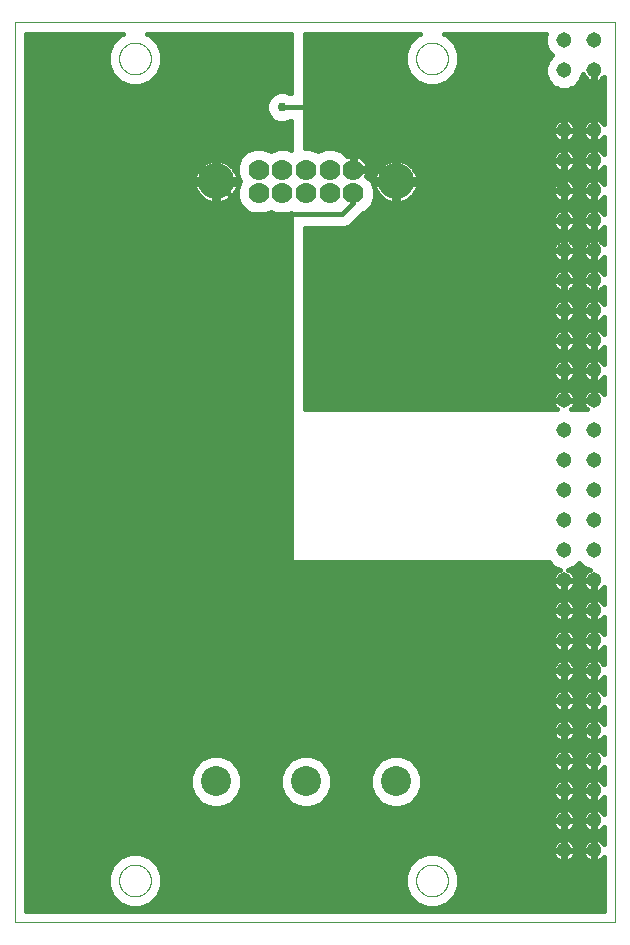
<source format=gbl>
G75*
%MOIN*%
%OFA0B0*%
%FSLAX25Y25*%
%IPPOS*%
%LPD*%
%AMOC8*
5,1,8,0,0,1.08239X$1,22.5*
%
%ADD10C,0.00000*%
%ADD11C,0.10000*%
%ADD12C,0.12000*%
%ADD13C,0.07000*%
%ADD14C,0.05137*%
%ADD15C,0.02962*%
%ADD16C,0.01600*%
%ADD17C,0.04000*%
D10*
X0001800Y0006800D02*
X0001800Y0306800D01*
X0201800Y0306800D01*
X0201800Y0006800D01*
X0001800Y0006800D01*
X0036500Y0020800D02*
X0036502Y0020945D01*
X0036508Y0021091D01*
X0036518Y0021236D01*
X0036532Y0021381D01*
X0036550Y0021525D01*
X0036572Y0021669D01*
X0036597Y0021812D01*
X0036627Y0021954D01*
X0036661Y0022096D01*
X0036698Y0022236D01*
X0036740Y0022375D01*
X0036785Y0022514D01*
X0036834Y0022651D01*
X0036886Y0022786D01*
X0036943Y0022920D01*
X0037003Y0023053D01*
X0037066Y0023183D01*
X0037133Y0023312D01*
X0037204Y0023439D01*
X0037278Y0023565D01*
X0037356Y0023688D01*
X0037437Y0023808D01*
X0037521Y0023927D01*
X0037608Y0024043D01*
X0037699Y0024157D01*
X0037792Y0024268D01*
X0037889Y0024377D01*
X0037989Y0024483D01*
X0038091Y0024586D01*
X0038196Y0024686D01*
X0038304Y0024784D01*
X0038415Y0024878D01*
X0038528Y0024969D01*
X0038644Y0025058D01*
X0038762Y0025143D01*
X0038882Y0025224D01*
X0039004Y0025303D01*
X0039129Y0025378D01*
X0039256Y0025449D01*
X0039384Y0025517D01*
X0039514Y0025582D01*
X0039647Y0025643D01*
X0039780Y0025700D01*
X0039915Y0025754D01*
X0040052Y0025803D01*
X0040190Y0025850D01*
X0040329Y0025892D01*
X0040469Y0025930D01*
X0040611Y0025965D01*
X0040753Y0025995D01*
X0040896Y0026022D01*
X0041039Y0026045D01*
X0041183Y0026064D01*
X0041328Y0026079D01*
X0041473Y0026090D01*
X0041618Y0026097D01*
X0041764Y0026100D01*
X0041909Y0026099D01*
X0042054Y0026094D01*
X0042200Y0026085D01*
X0042344Y0026072D01*
X0042489Y0026055D01*
X0042633Y0026034D01*
X0042776Y0026009D01*
X0042919Y0025981D01*
X0043060Y0025948D01*
X0043201Y0025911D01*
X0043341Y0025871D01*
X0043479Y0025827D01*
X0043617Y0025779D01*
X0043752Y0025727D01*
X0043887Y0025672D01*
X0044020Y0025613D01*
X0044151Y0025550D01*
X0044280Y0025484D01*
X0044408Y0025414D01*
X0044534Y0025341D01*
X0044657Y0025264D01*
X0044778Y0025184D01*
X0044898Y0025101D01*
X0045014Y0025014D01*
X0045129Y0024924D01*
X0045241Y0024831D01*
X0045350Y0024735D01*
X0045457Y0024637D01*
X0045560Y0024535D01*
X0045662Y0024430D01*
X0045760Y0024323D01*
X0045855Y0024213D01*
X0045947Y0024100D01*
X0046036Y0023985D01*
X0046122Y0023868D01*
X0046204Y0023748D01*
X0046283Y0023626D01*
X0046359Y0023502D01*
X0046432Y0023376D01*
X0046501Y0023248D01*
X0046566Y0023118D01*
X0046628Y0022987D01*
X0046686Y0022853D01*
X0046741Y0022719D01*
X0046791Y0022582D01*
X0046838Y0022445D01*
X0046882Y0022306D01*
X0046921Y0022166D01*
X0046957Y0022025D01*
X0046988Y0021883D01*
X0047016Y0021740D01*
X0047040Y0021597D01*
X0047060Y0021453D01*
X0047076Y0021308D01*
X0047088Y0021163D01*
X0047096Y0021018D01*
X0047100Y0020873D01*
X0047100Y0020727D01*
X0047096Y0020582D01*
X0047088Y0020437D01*
X0047076Y0020292D01*
X0047060Y0020147D01*
X0047040Y0020003D01*
X0047016Y0019860D01*
X0046988Y0019717D01*
X0046957Y0019575D01*
X0046921Y0019434D01*
X0046882Y0019294D01*
X0046838Y0019155D01*
X0046791Y0019018D01*
X0046741Y0018881D01*
X0046686Y0018747D01*
X0046628Y0018613D01*
X0046566Y0018482D01*
X0046501Y0018352D01*
X0046432Y0018224D01*
X0046359Y0018098D01*
X0046283Y0017974D01*
X0046204Y0017852D01*
X0046122Y0017732D01*
X0046036Y0017615D01*
X0045947Y0017500D01*
X0045855Y0017387D01*
X0045760Y0017277D01*
X0045662Y0017170D01*
X0045560Y0017065D01*
X0045457Y0016963D01*
X0045350Y0016865D01*
X0045241Y0016769D01*
X0045129Y0016676D01*
X0045014Y0016586D01*
X0044898Y0016499D01*
X0044778Y0016416D01*
X0044657Y0016336D01*
X0044534Y0016259D01*
X0044408Y0016186D01*
X0044280Y0016116D01*
X0044151Y0016050D01*
X0044020Y0015987D01*
X0043887Y0015928D01*
X0043752Y0015873D01*
X0043617Y0015821D01*
X0043479Y0015773D01*
X0043341Y0015729D01*
X0043201Y0015689D01*
X0043060Y0015652D01*
X0042919Y0015619D01*
X0042776Y0015591D01*
X0042633Y0015566D01*
X0042489Y0015545D01*
X0042344Y0015528D01*
X0042200Y0015515D01*
X0042054Y0015506D01*
X0041909Y0015501D01*
X0041764Y0015500D01*
X0041618Y0015503D01*
X0041473Y0015510D01*
X0041328Y0015521D01*
X0041183Y0015536D01*
X0041039Y0015555D01*
X0040896Y0015578D01*
X0040753Y0015605D01*
X0040611Y0015635D01*
X0040469Y0015670D01*
X0040329Y0015708D01*
X0040190Y0015750D01*
X0040052Y0015797D01*
X0039915Y0015846D01*
X0039780Y0015900D01*
X0039647Y0015957D01*
X0039514Y0016018D01*
X0039384Y0016083D01*
X0039256Y0016151D01*
X0039129Y0016222D01*
X0039004Y0016297D01*
X0038882Y0016376D01*
X0038762Y0016457D01*
X0038644Y0016542D01*
X0038528Y0016631D01*
X0038415Y0016722D01*
X0038304Y0016816D01*
X0038196Y0016914D01*
X0038091Y0017014D01*
X0037989Y0017117D01*
X0037889Y0017223D01*
X0037792Y0017332D01*
X0037699Y0017443D01*
X0037608Y0017557D01*
X0037521Y0017673D01*
X0037437Y0017792D01*
X0037356Y0017912D01*
X0037278Y0018035D01*
X0037204Y0018161D01*
X0037133Y0018288D01*
X0037066Y0018417D01*
X0037003Y0018547D01*
X0036943Y0018680D01*
X0036886Y0018814D01*
X0036834Y0018949D01*
X0036785Y0019086D01*
X0036740Y0019225D01*
X0036698Y0019364D01*
X0036661Y0019504D01*
X0036627Y0019646D01*
X0036597Y0019788D01*
X0036572Y0019931D01*
X0036550Y0020075D01*
X0036532Y0020219D01*
X0036518Y0020364D01*
X0036508Y0020509D01*
X0036502Y0020655D01*
X0036500Y0020800D01*
X0135500Y0020800D02*
X0135502Y0020945D01*
X0135508Y0021091D01*
X0135518Y0021236D01*
X0135532Y0021381D01*
X0135550Y0021525D01*
X0135572Y0021669D01*
X0135597Y0021812D01*
X0135627Y0021954D01*
X0135661Y0022096D01*
X0135698Y0022236D01*
X0135740Y0022375D01*
X0135785Y0022514D01*
X0135834Y0022651D01*
X0135886Y0022786D01*
X0135943Y0022920D01*
X0136003Y0023053D01*
X0136066Y0023183D01*
X0136133Y0023312D01*
X0136204Y0023439D01*
X0136278Y0023565D01*
X0136356Y0023688D01*
X0136437Y0023808D01*
X0136521Y0023927D01*
X0136608Y0024043D01*
X0136699Y0024157D01*
X0136792Y0024268D01*
X0136889Y0024377D01*
X0136989Y0024483D01*
X0137091Y0024586D01*
X0137196Y0024686D01*
X0137304Y0024784D01*
X0137415Y0024878D01*
X0137528Y0024969D01*
X0137644Y0025058D01*
X0137762Y0025143D01*
X0137882Y0025224D01*
X0138004Y0025303D01*
X0138129Y0025378D01*
X0138256Y0025449D01*
X0138384Y0025517D01*
X0138514Y0025582D01*
X0138647Y0025643D01*
X0138780Y0025700D01*
X0138915Y0025754D01*
X0139052Y0025803D01*
X0139190Y0025850D01*
X0139329Y0025892D01*
X0139469Y0025930D01*
X0139611Y0025965D01*
X0139753Y0025995D01*
X0139896Y0026022D01*
X0140039Y0026045D01*
X0140183Y0026064D01*
X0140328Y0026079D01*
X0140473Y0026090D01*
X0140618Y0026097D01*
X0140764Y0026100D01*
X0140909Y0026099D01*
X0141054Y0026094D01*
X0141200Y0026085D01*
X0141344Y0026072D01*
X0141489Y0026055D01*
X0141633Y0026034D01*
X0141776Y0026009D01*
X0141919Y0025981D01*
X0142060Y0025948D01*
X0142201Y0025911D01*
X0142341Y0025871D01*
X0142479Y0025827D01*
X0142617Y0025779D01*
X0142752Y0025727D01*
X0142887Y0025672D01*
X0143020Y0025613D01*
X0143151Y0025550D01*
X0143280Y0025484D01*
X0143408Y0025414D01*
X0143534Y0025341D01*
X0143657Y0025264D01*
X0143778Y0025184D01*
X0143898Y0025101D01*
X0144014Y0025014D01*
X0144129Y0024924D01*
X0144241Y0024831D01*
X0144350Y0024735D01*
X0144457Y0024637D01*
X0144560Y0024535D01*
X0144662Y0024430D01*
X0144760Y0024323D01*
X0144855Y0024213D01*
X0144947Y0024100D01*
X0145036Y0023985D01*
X0145122Y0023868D01*
X0145204Y0023748D01*
X0145283Y0023626D01*
X0145359Y0023502D01*
X0145432Y0023376D01*
X0145501Y0023248D01*
X0145566Y0023118D01*
X0145628Y0022987D01*
X0145686Y0022853D01*
X0145741Y0022719D01*
X0145791Y0022582D01*
X0145838Y0022445D01*
X0145882Y0022306D01*
X0145921Y0022166D01*
X0145957Y0022025D01*
X0145988Y0021883D01*
X0146016Y0021740D01*
X0146040Y0021597D01*
X0146060Y0021453D01*
X0146076Y0021308D01*
X0146088Y0021163D01*
X0146096Y0021018D01*
X0146100Y0020873D01*
X0146100Y0020727D01*
X0146096Y0020582D01*
X0146088Y0020437D01*
X0146076Y0020292D01*
X0146060Y0020147D01*
X0146040Y0020003D01*
X0146016Y0019860D01*
X0145988Y0019717D01*
X0145957Y0019575D01*
X0145921Y0019434D01*
X0145882Y0019294D01*
X0145838Y0019155D01*
X0145791Y0019018D01*
X0145741Y0018881D01*
X0145686Y0018747D01*
X0145628Y0018613D01*
X0145566Y0018482D01*
X0145501Y0018352D01*
X0145432Y0018224D01*
X0145359Y0018098D01*
X0145283Y0017974D01*
X0145204Y0017852D01*
X0145122Y0017732D01*
X0145036Y0017615D01*
X0144947Y0017500D01*
X0144855Y0017387D01*
X0144760Y0017277D01*
X0144662Y0017170D01*
X0144560Y0017065D01*
X0144457Y0016963D01*
X0144350Y0016865D01*
X0144241Y0016769D01*
X0144129Y0016676D01*
X0144014Y0016586D01*
X0143898Y0016499D01*
X0143778Y0016416D01*
X0143657Y0016336D01*
X0143534Y0016259D01*
X0143408Y0016186D01*
X0143280Y0016116D01*
X0143151Y0016050D01*
X0143020Y0015987D01*
X0142887Y0015928D01*
X0142752Y0015873D01*
X0142617Y0015821D01*
X0142479Y0015773D01*
X0142341Y0015729D01*
X0142201Y0015689D01*
X0142060Y0015652D01*
X0141919Y0015619D01*
X0141776Y0015591D01*
X0141633Y0015566D01*
X0141489Y0015545D01*
X0141344Y0015528D01*
X0141200Y0015515D01*
X0141054Y0015506D01*
X0140909Y0015501D01*
X0140764Y0015500D01*
X0140618Y0015503D01*
X0140473Y0015510D01*
X0140328Y0015521D01*
X0140183Y0015536D01*
X0140039Y0015555D01*
X0139896Y0015578D01*
X0139753Y0015605D01*
X0139611Y0015635D01*
X0139469Y0015670D01*
X0139329Y0015708D01*
X0139190Y0015750D01*
X0139052Y0015797D01*
X0138915Y0015846D01*
X0138780Y0015900D01*
X0138647Y0015957D01*
X0138514Y0016018D01*
X0138384Y0016083D01*
X0138256Y0016151D01*
X0138129Y0016222D01*
X0138004Y0016297D01*
X0137882Y0016376D01*
X0137762Y0016457D01*
X0137644Y0016542D01*
X0137528Y0016631D01*
X0137415Y0016722D01*
X0137304Y0016816D01*
X0137196Y0016914D01*
X0137091Y0017014D01*
X0136989Y0017117D01*
X0136889Y0017223D01*
X0136792Y0017332D01*
X0136699Y0017443D01*
X0136608Y0017557D01*
X0136521Y0017673D01*
X0136437Y0017792D01*
X0136356Y0017912D01*
X0136278Y0018035D01*
X0136204Y0018161D01*
X0136133Y0018288D01*
X0136066Y0018417D01*
X0136003Y0018547D01*
X0135943Y0018680D01*
X0135886Y0018814D01*
X0135834Y0018949D01*
X0135785Y0019086D01*
X0135740Y0019225D01*
X0135698Y0019364D01*
X0135661Y0019504D01*
X0135627Y0019646D01*
X0135597Y0019788D01*
X0135572Y0019931D01*
X0135550Y0020075D01*
X0135532Y0020219D01*
X0135518Y0020364D01*
X0135508Y0020509D01*
X0135502Y0020655D01*
X0135500Y0020800D01*
X0135500Y0294800D02*
X0135502Y0294945D01*
X0135508Y0295091D01*
X0135518Y0295236D01*
X0135532Y0295381D01*
X0135550Y0295525D01*
X0135572Y0295669D01*
X0135597Y0295812D01*
X0135627Y0295954D01*
X0135661Y0296096D01*
X0135698Y0296236D01*
X0135740Y0296375D01*
X0135785Y0296514D01*
X0135834Y0296651D01*
X0135886Y0296786D01*
X0135943Y0296920D01*
X0136003Y0297053D01*
X0136066Y0297183D01*
X0136133Y0297312D01*
X0136204Y0297439D01*
X0136278Y0297565D01*
X0136356Y0297688D01*
X0136437Y0297808D01*
X0136521Y0297927D01*
X0136608Y0298043D01*
X0136699Y0298157D01*
X0136792Y0298268D01*
X0136889Y0298377D01*
X0136989Y0298483D01*
X0137091Y0298586D01*
X0137196Y0298686D01*
X0137304Y0298784D01*
X0137415Y0298878D01*
X0137528Y0298969D01*
X0137644Y0299058D01*
X0137762Y0299143D01*
X0137882Y0299224D01*
X0138004Y0299303D01*
X0138129Y0299378D01*
X0138256Y0299449D01*
X0138384Y0299517D01*
X0138514Y0299582D01*
X0138647Y0299643D01*
X0138780Y0299700D01*
X0138915Y0299754D01*
X0139052Y0299803D01*
X0139190Y0299850D01*
X0139329Y0299892D01*
X0139469Y0299930D01*
X0139611Y0299965D01*
X0139753Y0299995D01*
X0139896Y0300022D01*
X0140039Y0300045D01*
X0140183Y0300064D01*
X0140328Y0300079D01*
X0140473Y0300090D01*
X0140618Y0300097D01*
X0140764Y0300100D01*
X0140909Y0300099D01*
X0141054Y0300094D01*
X0141200Y0300085D01*
X0141344Y0300072D01*
X0141489Y0300055D01*
X0141633Y0300034D01*
X0141776Y0300009D01*
X0141919Y0299981D01*
X0142060Y0299948D01*
X0142201Y0299911D01*
X0142341Y0299871D01*
X0142479Y0299827D01*
X0142617Y0299779D01*
X0142752Y0299727D01*
X0142887Y0299672D01*
X0143020Y0299613D01*
X0143151Y0299550D01*
X0143280Y0299484D01*
X0143408Y0299414D01*
X0143534Y0299341D01*
X0143657Y0299264D01*
X0143778Y0299184D01*
X0143898Y0299101D01*
X0144014Y0299014D01*
X0144129Y0298924D01*
X0144241Y0298831D01*
X0144350Y0298735D01*
X0144457Y0298637D01*
X0144560Y0298535D01*
X0144662Y0298430D01*
X0144760Y0298323D01*
X0144855Y0298213D01*
X0144947Y0298100D01*
X0145036Y0297985D01*
X0145122Y0297868D01*
X0145204Y0297748D01*
X0145283Y0297626D01*
X0145359Y0297502D01*
X0145432Y0297376D01*
X0145501Y0297248D01*
X0145566Y0297118D01*
X0145628Y0296987D01*
X0145686Y0296853D01*
X0145741Y0296719D01*
X0145791Y0296582D01*
X0145838Y0296445D01*
X0145882Y0296306D01*
X0145921Y0296166D01*
X0145957Y0296025D01*
X0145988Y0295883D01*
X0146016Y0295740D01*
X0146040Y0295597D01*
X0146060Y0295453D01*
X0146076Y0295308D01*
X0146088Y0295163D01*
X0146096Y0295018D01*
X0146100Y0294873D01*
X0146100Y0294727D01*
X0146096Y0294582D01*
X0146088Y0294437D01*
X0146076Y0294292D01*
X0146060Y0294147D01*
X0146040Y0294003D01*
X0146016Y0293860D01*
X0145988Y0293717D01*
X0145957Y0293575D01*
X0145921Y0293434D01*
X0145882Y0293294D01*
X0145838Y0293155D01*
X0145791Y0293018D01*
X0145741Y0292881D01*
X0145686Y0292747D01*
X0145628Y0292613D01*
X0145566Y0292482D01*
X0145501Y0292352D01*
X0145432Y0292224D01*
X0145359Y0292098D01*
X0145283Y0291974D01*
X0145204Y0291852D01*
X0145122Y0291732D01*
X0145036Y0291615D01*
X0144947Y0291500D01*
X0144855Y0291387D01*
X0144760Y0291277D01*
X0144662Y0291170D01*
X0144560Y0291065D01*
X0144457Y0290963D01*
X0144350Y0290865D01*
X0144241Y0290769D01*
X0144129Y0290676D01*
X0144014Y0290586D01*
X0143898Y0290499D01*
X0143778Y0290416D01*
X0143657Y0290336D01*
X0143534Y0290259D01*
X0143408Y0290186D01*
X0143280Y0290116D01*
X0143151Y0290050D01*
X0143020Y0289987D01*
X0142887Y0289928D01*
X0142752Y0289873D01*
X0142617Y0289821D01*
X0142479Y0289773D01*
X0142341Y0289729D01*
X0142201Y0289689D01*
X0142060Y0289652D01*
X0141919Y0289619D01*
X0141776Y0289591D01*
X0141633Y0289566D01*
X0141489Y0289545D01*
X0141344Y0289528D01*
X0141200Y0289515D01*
X0141054Y0289506D01*
X0140909Y0289501D01*
X0140764Y0289500D01*
X0140618Y0289503D01*
X0140473Y0289510D01*
X0140328Y0289521D01*
X0140183Y0289536D01*
X0140039Y0289555D01*
X0139896Y0289578D01*
X0139753Y0289605D01*
X0139611Y0289635D01*
X0139469Y0289670D01*
X0139329Y0289708D01*
X0139190Y0289750D01*
X0139052Y0289797D01*
X0138915Y0289846D01*
X0138780Y0289900D01*
X0138647Y0289957D01*
X0138514Y0290018D01*
X0138384Y0290083D01*
X0138256Y0290151D01*
X0138129Y0290222D01*
X0138004Y0290297D01*
X0137882Y0290376D01*
X0137762Y0290457D01*
X0137644Y0290542D01*
X0137528Y0290631D01*
X0137415Y0290722D01*
X0137304Y0290816D01*
X0137196Y0290914D01*
X0137091Y0291014D01*
X0136989Y0291117D01*
X0136889Y0291223D01*
X0136792Y0291332D01*
X0136699Y0291443D01*
X0136608Y0291557D01*
X0136521Y0291673D01*
X0136437Y0291792D01*
X0136356Y0291912D01*
X0136278Y0292035D01*
X0136204Y0292161D01*
X0136133Y0292288D01*
X0136066Y0292417D01*
X0136003Y0292547D01*
X0135943Y0292680D01*
X0135886Y0292814D01*
X0135834Y0292949D01*
X0135785Y0293086D01*
X0135740Y0293225D01*
X0135698Y0293364D01*
X0135661Y0293504D01*
X0135627Y0293646D01*
X0135597Y0293788D01*
X0135572Y0293931D01*
X0135550Y0294075D01*
X0135532Y0294219D01*
X0135518Y0294364D01*
X0135508Y0294509D01*
X0135502Y0294655D01*
X0135500Y0294800D01*
X0036500Y0294800D02*
X0036502Y0294945D01*
X0036508Y0295091D01*
X0036518Y0295236D01*
X0036532Y0295381D01*
X0036550Y0295525D01*
X0036572Y0295669D01*
X0036597Y0295812D01*
X0036627Y0295954D01*
X0036661Y0296096D01*
X0036698Y0296236D01*
X0036740Y0296375D01*
X0036785Y0296514D01*
X0036834Y0296651D01*
X0036886Y0296786D01*
X0036943Y0296920D01*
X0037003Y0297053D01*
X0037066Y0297183D01*
X0037133Y0297312D01*
X0037204Y0297439D01*
X0037278Y0297565D01*
X0037356Y0297688D01*
X0037437Y0297808D01*
X0037521Y0297927D01*
X0037608Y0298043D01*
X0037699Y0298157D01*
X0037792Y0298268D01*
X0037889Y0298377D01*
X0037989Y0298483D01*
X0038091Y0298586D01*
X0038196Y0298686D01*
X0038304Y0298784D01*
X0038415Y0298878D01*
X0038528Y0298969D01*
X0038644Y0299058D01*
X0038762Y0299143D01*
X0038882Y0299224D01*
X0039004Y0299303D01*
X0039129Y0299378D01*
X0039256Y0299449D01*
X0039384Y0299517D01*
X0039514Y0299582D01*
X0039647Y0299643D01*
X0039780Y0299700D01*
X0039915Y0299754D01*
X0040052Y0299803D01*
X0040190Y0299850D01*
X0040329Y0299892D01*
X0040469Y0299930D01*
X0040611Y0299965D01*
X0040753Y0299995D01*
X0040896Y0300022D01*
X0041039Y0300045D01*
X0041183Y0300064D01*
X0041328Y0300079D01*
X0041473Y0300090D01*
X0041618Y0300097D01*
X0041764Y0300100D01*
X0041909Y0300099D01*
X0042054Y0300094D01*
X0042200Y0300085D01*
X0042344Y0300072D01*
X0042489Y0300055D01*
X0042633Y0300034D01*
X0042776Y0300009D01*
X0042919Y0299981D01*
X0043060Y0299948D01*
X0043201Y0299911D01*
X0043341Y0299871D01*
X0043479Y0299827D01*
X0043617Y0299779D01*
X0043752Y0299727D01*
X0043887Y0299672D01*
X0044020Y0299613D01*
X0044151Y0299550D01*
X0044280Y0299484D01*
X0044408Y0299414D01*
X0044534Y0299341D01*
X0044657Y0299264D01*
X0044778Y0299184D01*
X0044898Y0299101D01*
X0045014Y0299014D01*
X0045129Y0298924D01*
X0045241Y0298831D01*
X0045350Y0298735D01*
X0045457Y0298637D01*
X0045560Y0298535D01*
X0045662Y0298430D01*
X0045760Y0298323D01*
X0045855Y0298213D01*
X0045947Y0298100D01*
X0046036Y0297985D01*
X0046122Y0297868D01*
X0046204Y0297748D01*
X0046283Y0297626D01*
X0046359Y0297502D01*
X0046432Y0297376D01*
X0046501Y0297248D01*
X0046566Y0297118D01*
X0046628Y0296987D01*
X0046686Y0296853D01*
X0046741Y0296719D01*
X0046791Y0296582D01*
X0046838Y0296445D01*
X0046882Y0296306D01*
X0046921Y0296166D01*
X0046957Y0296025D01*
X0046988Y0295883D01*
X0047016Y0295740D01*
X0047040Y0295597D01*
X0047060Y0295453D01*
X0047076Y0295308D01*
X0047088Y0295163D01*
X0047096Y0295018D01*
X0047100Y0294873D01*
X0047100Y0294727D01*
X0047096Y0294582D01*
X0047088Y0294437D01*
X0047076Y0294292D01*
X0047060Y0294147D01*
X0047040Y0294003D01*
X0047016Y0293860D01*
X0046988Y0293717D01*
X0046957Y0293575D01*
X0046921Y0293434D01*
X0046882Y0293294D01*
X0046838Y0293155D01*
X0046791Y0293018D01*
X0046741Y0292881D01*
X0046686Y0292747D01*
X0046628Y0292613D01*
X0046566Y0292482D01*
X0046501Y0292352D01*
X0046432Y0292224D01*
X0046359Y0292098D01*
X0046283Y0291974D01*
X0046204Y0291852D01*
X0046122Y0291732D01*
X0046036Y0291615D01*
X0045947Y0291500D01*
X0045855Y0291387D01*
X0045760Y0291277D01*
X0045662Y0291170D01*
X0045560Y0291065D01*
X0045457Y0290963D01*
X0045350Y0290865D01*
X0045241Y0290769D01*
X0045129Y0290676D01*
X0045014Y0290586D01*
X0044898Y0290499D01*
X0044778Y0290416D01*
X0044657Y0290336D01*
X0044534Y0290259D01*
X0044408Y0290186D01*
X0044280Y0290116D01*
X0044151Y0290050D01*
X0044020Y0289987D01*
X0043887Y0289928D01*
X0043752Y0289873D01*
X0043617Y0289821D01*
X0043479Y0289773D01*
X0043341Y0289729D01*
X0043201Y0289689D01*
X0043060Y0289652D01*
X0042919Y0289619D01*
X0042776Y0289591D01*
X0042633Y0289566D01*
X0042489Y0289545D01*
X0042344Y0289528D01*
X0042200Y0289515D01*
X0042054Y0289506D01*
X0041909Y0289501D01*
X0041764Y0289500D01*
X0041618Y0289503D01*
X0041473Y0289510D01*
X0041328Y0289521D01*
X0041183Y0289536D01*
X0041039Y0289555D01*
X0040896Y0289578D01*
X0040753Y0289605D01*
X0040611Y0289635D01*
X0040469Y0289670D01*
X0040329Y0289708D01*
X0040190Y0289750D01*
X0040052Y0289797D01*
X0039915Y0289846D01*
X0039780Y0289900D01*
X0039647Y0289957D01*
X0039514Y0290018D01*
X0039384Y0290083D01*
X0039256Y0290151D01*
X0039129Y0290222D01*
X0039004Y0290297D01*
X0038882Y0290376D01*
X0038762Y0290457D01*
X0038644Y0290542D01*
X0038528Y0290631D01*
X0038415Y0290722D01*
X0038304Y0290816D01*
X0038196Y0290914D01*
X0038091Y0291014D01*
X0037989Y0291117D01*
X0037889Y0291223D01*
X0037792Y0291332D01*
X0037699Y0291443D01*
X0037608Y0291557D01*
X0037521Y0291673D01*
X0037437Y0291792D01*
X0037356Y0291912D01*
X0037278Y0292035D01*
X0037204Y0292161D01*
X0037133Y0292288D01*
X0037066Y0292417D01*
X0037003Y0292547D01*
X0036943Y0292680D01*
X0036886Y0292814D01*
X0036834Y0292949D01*
X0036785Y0293086D01*
X0036740Y0293225D01*
X0036698Y0293364D01*
X0036661Y0293504D01*
X0036627Y0293646D01*
X0036597Y0293788D01*
X0036572Y0293931D01*
X0036550Y0294075D01*
X0036532Y0294219D01*
X0036518Y0294364D01*
X0036508Y0294509D01*
X0036502Y0294655D01*
X0036500Y0294800D01*
D11*
X0068800Y0053800D03*
X0098800Y0053800D03*
X0128800Y0053800D03*
D12*
X0128800Y0253800D03*
X0068800Y0253800D03*
D13*
X0083052Y0249863D03*
X0083052Y0257737D03*
X0090926Y0257737D03*
X0090926Y0249863D03*
X0098800Y0249863D03*
X0098800Y0257737D03*
X0106674Y0257737D03*
X0106674Y0249863D03*
X0114548Y0249863D03*
X0114548Y0257737D03*
D14*
X0184800Y0260800D03*
X0184800Y0250800D03*
X0184800Y0240800D03*
X0184800Y0230800D03*
X0184800Y0220800D03*
X0184800Y0210800D03*
X0184800Y0200800D03*
X0184800Y0190800D03*
X0184800Y0180800D03*
X0184800Y0170800D03*
X0184800Y0160800D03*
X0184800Y0150800D03*
X0184800Y0140800D03*
X0184800Y0130800D03*
X0184800Y0120800D03*
X0184800Y0110800D03*
X0184800Y0100800D03*
X0184800Y0090800D03*
X0184800Y0080800D03*
X0184800Y0070800D03*
X0184800Y0060800D03*
X0184800Y0050800D03*
X0184800Y0040800D03*
X0184800Y0030800D03*
X0194800Y0030800D03*
X0194800Y0040800D03*
X0194800Y0050800D03*
X0194800Y0060800D03*
X0194800Y0070800D03*
X0194800Y0080800D03*
X0194800Y0090800D03*
X0194800Y0100800D03*
X0194800Y0110800D03*
X0194800Y0120800D03*
X0194800Y0130800D03*
X0194800Y0140800D03*
X0194800Y0150800D03*
X0194800Y0160800D03*
X0194800Y0170800D03*
X0194800Y0180800D03*
X0194800Y0190800D03*
X0194800Y0200800D03*
X0194800Y0210800D03*
X0194800Y0220800D03*
X0194800Y0230800D03*
X0194800Y0240800D03*
X0194800Y0250800D03*
X0194800Y0260800D03*
X0194800Y0270800D03*
X0184800Y0270800D03*
X0184800Y0290800D03*
X0184800Y0300800D03*
X0194800Y0300800D03*
X0194800Y0290800D03*
D15*
X0116800Y0237800D03*
X0106200Y0277700D03*
X0090800Y0278600D03*
D16*
X0105300Y0278600D01*
X0106200Y0277700D01*
X0098400Y0276948D02*
X0198000Y0276948D01*
X0198000Y0275350D02*
X0098400Y0275350D01*
X0098400Y0273751D02*
X0182280Y0273751D01*
X0182334Y0273805D02*
X0181795Y0273266D01*
X0181372Y0272632D01*
X0181080Y0271928D01*
X0180931Y0271181D01*
X0180931Y0270984D01*
X0184616Y0270984D01*
X0184616Y0270616D01*
X0184984Y0270616D01*
X0184984Y0266931D01*
X0185181Y0266931D01*
X0185928Y0267080D01*
X0186632Y0267372D01*
X0187266Y0267795D01*
X0187805Y0268334D01*
X0188228Y0268968D01*
X0188520Y0269672D01*
X0188668Y0270419D01*
X0188668Y0270616D01*
X0184984Y0270616D01*
X0184984Y0270984D01*
X0188668Y0270984D01*
X0188668Y0271181D01*
X0188520Y0271928D01*
X0188228Y0272632D01*
X0187805Y0273266D01*
X0187266Y0273805D01*
X0186632Y0274228D01*
X0185928Y0274520D01*
X0185181Y0274668D01*
X0184984Y0274668D01*
X0184984Y0270984D01*
X0184616Y0270984D01*
X0184616Y0274668D01*
X0184419Y0274668D01*
X0183672Y0274520D01*
X0182968Y0274228D01*
X0182334Y0273805D01*
X0181173Y0272153D02*
X0098400Y0272153D01*
X0098400Y0270554D02*
X0180931Y0270554D01*
X0180931Y0270616D02*
X0180931Y0270419D01*
X0181080Y0269672D01*
X0181372Y0268968D01*
X0181795Y0268334D01*
X0182334Y0267795D01*
X0182968Y0267372D01*
X0183672Y0267080D01*
X0184419Y0266931D01*
X0184616Y0266931D01*
X0184616Y0270616D01*
X0180931Y0270616D01*
X0181380Y0268956D02*
X0098400Y0268956D01*
X0098400Y0267357D02*
X0183002Y0267357D01*
X0184616Y0267357D02*
X0184984Y0267357D01*
X0184984Y0268956D02*
X0184616Y0268956D01*
X0184616Y0270554D02*
X0184984Y0270554D01*
X0184984Y0272153D02*
X0184616Y0272153D01*
X0184616Y0273751D02*
X0184984Y0273751D01*
X0187319Y0273751D02*
X0192280Y0273751D01*
X0192334Y0273805D02*
X0191795Y0273266D01*
X0191372Y0272632D01*
X0191080Y0271928D01*
X0190931Y0271181D01*
X0190931Y0270984D01*
X0194616Y0270984D01*
X0194616Y0270616D01*
X0194984Y0270616D01*
X0194984Y0266931D01*
X0195181Y0266931D01*
X0195928Y0267080D01*
X0196632Y0267372D01*
X0197266Y0267795D01*
X0197805Y0268334D01*
X0198000Y0268626D01*
X0198000Y0262974D01*
X0197805Y0263266D01*
X0197266Y0263805D01*
X0196632Y0264228D01*
X0195928Y0264520D01*
X0195181Y0264668D01*
X0194984Y0264668D01*
X0194984Y0260984D01*
X0194616Y0260984D01*
X0194616Y0260616D01*
X0194984Y0260616D01*
X0194984Y0256931D01*
X0195181Y0256931D01*
X0195928Y0257080D01*
X0196632Y0257372D01*
X0197266Y0257795D01*
X0197805Y0258334D01*
X0198000Y0258626D01*
X0198000Y0252974D01*
X0197805Y0253266D01*
X0197266Y0253805D01*
X0196632Y0254228D01*
X0195928Y0254520D01*
X0195181Y0254668D01*
X0194984Y0254668D01*
X0194984Y0250984D01*
X0194616Y0250984D01*
X0194616Y0250616D01*
X0194984Y0250616D01*
X0194984Y0246931D01*
X0195181Y0246931D01*
X0195928Y0247080D01*
X0196632Y0247372D01*
X0197266Y0247795D01*
X0197805Y0248334D01*
X0198000Y0248626D01*
X0198000Y0242974D01*
X0197805Y0243266D01*
X0197266Y0243805D01*
X0196632Y0244228D01*
X0195928Y0244520D01*
X0195181Y0244668D01*
X0194984Y0244668D01*
X0194984Y0240984D01*
X0194616Y0240984D01*
X0194616Y0240616D01*
X0194984Y0240616D01*
X0194984Y0236931D01*
X0195181Y0236931D01*
X0195928Y0237080D01*
X0196632Y0237372D01*
X0197266Y0237795D01*
X0197805Y0238334D01*
X0198000Y0238626D01*
X0198000Y0232974D01*
X0197805Y0233266D01*
X0197266Y0233805D01*
X0196632Y0234228D01*
X0195928Y0234520D01*
X0195181Y0234668D01*
X0194984Y0234668D01*
X0194984Y0230984D01*
X0194616Y0230984D01*
X0194616Y0230616D01*
X0194984Y0230616D01*
X0194984Y0226931D01*
X0195181Y0226931D01*
X0195928Y0227080D01*
X0196632Y0227372D01*
X0197266Y0227795D01*
X0197805Y0228334D01*
X0198000Y0228626D01*
X0198000Y0222974D01*
X0197805Y0223266D01*
X0197266Y0223805D01*
X0196632Y0224228D01*
X0195928Y0224520D01*
X0195181Y0224668D01*
X0194984Y0224668D01*
X0194984Y0220984D01*
X0194616Y0220984D01*
X0194616Y0220616D01*
X0194984Y0220616D01*
X0194984Y0216931D01*
X0195181Y0216931D01*
X0195928Y0217080D01*
X0196632Y0217372D01*
X0197266Y0217795D01*
X0197805Y0218334D01*
X0198000Y0218626D01*
X0198000Y0212974D01*
X0197805Y0213266D01*
X0197266Y0213805D01*
X0196632Y0214228D01*
X0195928Y0214520D01*
X0195181Y0214668D01*
X0194984Y0214668D01*
X0194984Y0210984D01*
X0194616Y0210984D01*
X0194616Y0210616D01*
X0194984Y0210616D01*
X0194984Y0206931D01*
X0195181Y0206931D01*
X0195928Y0207080D01*
X0196632Y0207372D01*
X0197266Y0207795D01*
X0197805Y0208334D01*
X0198000Y0208626D01*
X0198000Y0202974D01*
X0197805Y0203266D01*
X0197266Y0203805D01*
X0196632Y0204228D01*
X0195928Y0204520D01*
X0195181Y0204668D01*
X0194984Y0204668D01*
X0194984Y0200984D01*
X0194616Y0200984D01*
X0194616Y0200616D01*
X0194984Y0200616D01*
X0194984Y0196931D01*
X0195181Y0196931D01*
X0195928Y0197080D01*
X0196632Y0197372D01*
X0197266Y0197795D01*
X0197805Y0198334D01*
X0198000Y0198626D01*
X0198000Y0192974D01*
X0197805Y0193266D01*
X0197266Y0193805D01*
X0196632Y0194228D01*
X0195928Y0194520D01*
X0195181Y0194668D01*
X0194984Y0194668D01*
X0194984Y0190984D01*
X0194616Y0190984D01*
X0194616Y0190616D01*
X0194984Y0190616D01*
X0194984Y0186931D01*
X0195181Y0186931D01*
X0195928Y0187080D01*
X0196632Y0187372D01*
X0197266Y0187795D01*
X0197805Y0188334D01*
X0198000Y0188626D01*
X0198000Y0182974D01*
X0197805Y0183266D01*
X0197266Y0183805D01*
X0196632Y0184228D01*
X0195928Y0184520D01*
X0195181Y0184668D01*
X0194984Y0184668D01*
X0194984Y0180984D01*
X0194616Y0180984D01*
X0194616Y0180616D01*
X0190931Y0180616D01*
X0190931Y0180419D01*
X0191080Y0179672D01*
X0191372Y0178968D01*
X0191795Y0178334D01*
X0192329Y0177800D01*
X0187271Y0177800D01*
X0187805Y0178334D01*
X0188228Y0178968D01*
X0188520Y0179672D01*
X0188668Y0180419D01*
X0188668Y0180616D01*
X0184984Y0180616D01*
X0184984Y0180984D01*
X0184616Y0180984D01*
X0184616Y0180616D01*
X0180931Y0180616D01*
X0180931Y0180419D01*
X0181080Y0179672D01*
X0181372Y0178968D01*
X0181795Y0178334D01*
X0182329Y0177800D01*
X0098400Y0177800D01*
X0098400Y0238200D01*
X0111715Y0238200D01*
X0113406Y0238900D01*
X0114700Y0240194D01*
X0117824Y0243318D01*
X0118683Y0243674D01*
X0120737Y0245728D01*
X0121848Y0248411D01*
X0121848Y0251315D01*
X0120737Y0253998D01*
X0118944Y0255791D01*
X0118996Y0255894D01*
X0119230Y0256613D01*
X0119333Y0257262D01*
X0115023Y0257262D01*
X0115023Y0258212D01*
X0114073Y0258212D01*
X0114073Y0262522D01*
X0113424Y0262419D01*
X0112705Y0262185D01*
X0112602Y0262133D01*
X0110809Y0263926D01*
X0108126Y0265037D01*
X0105222Y0265037D01*
X0102737Y0264008D01*
X0100252Y0265037D01*
X0098400Y0265037D01*
X0098400Y0303000D01*
X0136817Y0303000D01*
X0135645Y0302515D01*
X0133085Y0299955D01*
X0131700Y0296610D01*
X0131700Y0292990D01*
X0133085Y0289645D01*
X0135645Y0287085D01*
X0138990Y0285700D01*
X0142610Y0285700D01*
X0145955Y0287085D01*
X0148515Y0289645D01*
X0149900Y0292990D01*
X0149900Y0296610D01*
X0148515Y0299955D01*
X0145955Y0302515D01*
X0144783Y0303000D01*
X0178818Y0303000D01*
X0178431Y0302067D01*
X0178431Y0299533D01*
X0179401Y0297193D01*
X0180794Y0295800D01*
X0179401Y0294407D01*
X0178431Y0292067D01*
X0178431Y0289533D01*
X0179401Y0287193D01*
X0181193Y0285401D01*
X0183533Y0284431D01*
X0186067Y0284431D01*
X0188407Y0285401D01*
X0190199Y0287193D01*
X0191153Y0289496D01*
X0191372Y0288968D01*
X0191795Y0288334D01*
X0192334Y0287795D01*
X0192968Y0287372D01*
X0193672Y0287080D01*
X0194419Y0286931D01*
X0194616Y0286931D01*
X0194616Y0290616D01*
X0194984Y0290616D01*
X0194984Y0286931D01*
X0195181Y0286931D01*
X0195928Y0287080D01*
X0196632Y0287372D01*
X0197266Y0287795D01*
X0197805Y0288334D01*
X0198000Y0288626D01*
X0198000Y0272974D01*
X0197805Y0273266D01*
X0197266Y0273805D01*
X0196632Y0274228D01*
X0195928Y0274520D01*
X0195181Y0274668D01*
X0194984Y0274668D01*
X0194984Y0270984D01*
X0194616Y0270984D01*
X0194616Y0274668D01*
X0194419Y0274668D01*
X0193672Y0274520D01*
X0192968Y0274228D01*
X0192334Y0273805D01*
X0191173Y0272153D02*
X0188427Y0272153D01*
X0188668Y0270554D02*
X0190931Y0270554D01*
X0190931Y0270616D02*
X0190931Y0270419D01*
X0191080Y0269672D01*
X0191372Y0268968D01*
X0191795Y0268334D01*
X0192334Y0267795D01*
X0192968Y0267372D01*
X0193672Y0267080D01*
X0194419Y0266931D01*
X0194616Y0266931D01*
X0194616Y0270616D01*
X0190931Y0270616D01*
X0191380Y0268956D02*
X0188220Y0268956D01*
X0186598Y0267357D02*
X0193002Y0267357D01*
X0194616Y0267357D02*
X0194984Y0267357D01*
X0194984Y0268956D02*
X0194616Y0268956D01*
X0194616Y0270554D02*
X0194984Y0270554D01*
X0194984Y0272153D02*
X0194616Y0272153D01*
X0194616Y0273751D02*
X0194984Y0273751D01*
X0197319Y0273751D02*
X0198000Y0273751D01*
X0198000Y0278547D02*
X0098400Y0278547D01*
X0098400Y0280145D02*
X0198000Y0280145D01*
X0198000Y0281744D02*
X0098400Y0281744D01*
X0098400Y0283342D02*
X0198000Y0283342D01*
X0198000Y0284941D02*
X0187297Y0284941D01*
X0189546Y0286539D02*
X0198000Y0286539D01*
X0198000Y0288138D02*
X0197609Y0288138D01*
X0194984Y0288138D02*
X0194616Y0288138D01*
X0194616Y0289737D02*
X0194984Y0289737D01*
X0191991Y0288138D02*
X0190591Y0288138D01*
X0182303Y0284941D02*
X0098400Y0284941D01*
X0098400Y0286539D02*
X0136963Y0286539D01*
X0134593Y0288138D02*
X0098400Y0288138D01*
X0098400Y0289737D02*
X0133048Y0289737D01*
X0132385Y0291335D02*
X0098400Y0291335D01*
X0098400Y0292934D02*
X0131723Y0292934D01*
X0131700Y0294532D02*
X0098400Y0294532D01*
X0098400Y0296131D02*
X0131700Y0296131D01*
X0132163Y0297729D02*
X0098400Y0297729D01*
X0098400Y0299328D02*
X0132826Y0299328D01*
X0134057Y0300926D02*
X0098400Y0300926D01*
X0098400Y0302525D02*
X0135669Y0302525D01*
X0145931Y0302525D02*
X0178621Y0302525D01*
X0178431Y0300926D02*
X0147543Y0300926D01*
X0148774Y0299328D02*
X0178517Y0299328D01*
X0179179Y0297729D02*
X0149437Y0297729D01*
X0149900Y0296131D02*
X0180463Y0296131D01*
X0179526Y0294532D02*
X0149900Y0294532D01*
X0149877Y0292934D02*
X0178791Y0292934D01*
X0178431Y0291335D02*
X0149215Y0291335D01*
X0148552Y0289737D02*
X0178431Y0289737D01*
X0179009Y0288138D02*
X0147007Y0288138D01*
X0144637Y0286539D02*
X0180054Y0286539D01*
X0184419Y0264668D02*
X0183672Y0264520D01*
X0182968Y0264228D01*
X0182334Y0263805D01*
X0181795Y0263266D01*
X0181372Y0262632D01*
X0181080Y0261928D01*
X0180931Y0261181D01*
X0180931Y0260984D01*
X0184616Y0260984D01*
X0184616Y0260616D01*
X0184984Y0260616D01*
X0184984Y0256931D01*
X0185181Y0256931D01*
X0185928Y0257080D01*
X0186632Y0257372D01*
X0187266Y0257795D01*
X0187805Y0258334D01*
X0188228Y0258968D01*
X0188520Y0259672D01*
X0188668Y0260419D01*
X0188668Y0260616D01*
X0184984Y0260616D01*
X0184984Y0260984D01*
X0188668Y0260984D01*
X0188668Y0261181D01*
X0188520Y0261928D01*
X0188228Y0262632D01*
X0187805Y0263266D01*
X0187266Y0263805D01*
X0186632Y0264228D01*
X0185928Y0264520D01*
X0185181Y0264668D01*
X0184984Y0264668D01*
X0184984Y0260984D01*
X0184616Y0260984D01*
X0184616Y0264668D01*
X0184419Y0264668D01*
X0184616Y0264160D02*
X0184984Y0264160D01*
X0184984Y0262562D02*
X0184616Y0262562D01*
X0184616Y0260963D02*
X0130271Y0260963D01*
X0130227Y0260975D02*
X0129600Y0261058D01*
X0129600Y0254600D01*
X0128000Y0254600D01*
X0128000Y0261058D01*
X0127373Y0260975D01*
X0126448Y0260727D01*
X0125564Y0260361D01*
X0124736Y0259883D01*
X0123976Y0259300D01*
X0123300Y0258624D01*
X0122717Y0257864D01*
X0122239Y0257036D01*
X0121873Y0256152D01*
X0121625Y0255227D01*
X0121542Y0254600D01*
X0128000Y0254600D01*
X0128000Y0253000D01*
X0121542Y0253000D01*
X0121625Y0252373D01*
X0121873Y0251448D01*
X0122239Y0250564D01*
X0122717Y0249736D01*
X0123300Y0248976D01*
X0123976Y0248300D01*
X0124736Y0247717D01*
X0125564Y0247239D01*
X0126448Y0246873D01*
X0127373Y0246625D01*
X0128000Y0246542D01*
X0128000Y0253000D01*
X0129600Y0253000D01*
X0129600Y0254600D01*
X0136058Y0254600D01*
X0135975Y0255227D01*
X0135727Y0256152D01*
X0135361Y0257036D01*
X0134883Y0257864D01*
X0134300Y0258624D01*
X0133624Y0259300D01*
X0132864Y0259883D01*
X0132036Y0260361D01*
X0131152Y0260727D01*
X0130227Y0260975D01*
X0129600Y0260963D02*
X0128000Y0260963D01*
X0127329Y0260963D02*
X0118110Y0260963D01*
X0118209Y0260864D02*
X0117675Y0261398D01*
X0117064Y0261842D01*
X0116391Y0262185D01*
X0115672Y0262419D01*
X0115023Y0262522D01*
X0115023Y0258212D01*
X0119333Y0258212D01*
X0119230Y0258861D01*
X0118996Y0259580D01*
X0118653Y0260253D01*
X0118209Y0260864D01*
X0119066Y0259365D02*
X0124061Y0259365D01*
X0122661Y0257766D02*
X0115023Y0257766D01*
X0115023Y0259365D02*
X0114073Y0259365D01*
X0114073Y0260963D02*
X0115023Y0260963D01*
X0112173Y0262562D02*
X0181343Y0262562D01*
X0180931Y0260616D02*
X0180931Y0260419D01*
X0181080Y0259672D01*
X0181372Y0258968D01*
X0181795Y0258334D01*
X0182334Y0257795D01*
X0182968Y0257372D01*
X0183672Y0257080D01*
X0184419Y0256931D01*
X0184616Y0256931D01*
X0184616Y0260616D01*
X0180931Y0260616D01*
X0181207Y0259365D02*
X0133539Y0259365D01*
X0134939Y0257766D02*
X0182377Y0257766D01*
X0184616Y0257766D02*
X0184984Y0257766D01*
X0184984Y0259365D02*
X0184616Y0259365D01*
X0184984Y0260963D02*
X0194616Y0260963D01*
X0194616Y0260984D02*
X0190931Y0260984D01*
X0190931Y0261181D01*
X0191080Y0261928D01*
X0191372Y0262632D01*
X0191795Y0263266D01*
X0192334Y0263805D01*
X0192968Y0264228D01*
X0193672Y0264520D01*
X0194419Y0264668D01*
X0194616Y0264668D01*
X0194616Y0260984D01*
X0194616Y0260616D02*
X0190931Y0260616D01*
X0190931Y0260419D01*
X0191080Y0259672D01*
X0191372Y0258968D01*
X0191795Y0258334D01*
X0192334Y0257795D01*
X0192968Y0257372D01*
X0193672Y0257080D01*
X0194419Y0256931D01*
X0194616Y0256931D01*
X0194616Y0260616D01*
X0194616Y0259365D02*
X0194984Y0259365D01*
X0194984Y0257766D02*
X0194616Y0257766D01*
X0192377Y0257766D02*
X0187223Y0257766D01*
X0188393Y0259365D02*
X0191207Y0259365D01*
X0191343Y0262562D02*
X0188257Y0262562D01*
X0186734Y0264160D02*
X0192866Y0264160D01*
X0194616Y0264160D02*
X0194984Y0264160D01*
X0194984Y0262562D02*
X0194616Y0262562D01*
X0196734Y0264160D02*
X0198000Y0264160D01*
X0198000Y0265759D02*
X0098400Y0265759D01*
X0102369Y0264160D02*
X0103105Y0264160D01*
X0110243Y0264160D02*
X0182866Y0264160D01*
X0184419Y0254668D02*
X0183672Y0254520D01*
X0182968Y0254228D01*
X0182334Y0253805D01*
X0181795Y0253266D01*
X0181372Y0252632D01*
X0181080Y0251928D01*
X0180931Y0251181D01*
X0180931Y0250984D01*
X0184616Y0250984D01*
X0184616Y0250616D01*
X0184984Y0250616D01*
X0184984Y0246931D01*
X0185181Y0246931D01*
X0185928Y0247080D01*
X0186632Y0247372D01*
X0187266Y0247795D01*
X0187805Y0248334D01*
X0188228Y0248968D01*
X0188520Y0249672D01*
X0188668Y0250419D01*
X0188668Y0250616D01*
X0184984Y0250616D01*
X0184984Y0250984D01*
X0188668Y0250984D01*
X0188668Y0251181D01*
X0188520Y0251928D01*
X0188228Y0252632D01*
X0187805Y0253266D01*
X0187266Y0253805D01*
X0186632Y0254228D01*
X0185928Y0254520D01*
X0185181Y0254668D01*
X0184984Y0254668D01*
X0184984Y0250984D01*
X0184616Y0250984D01*
X0184616Y0254668D01*
X0184419Y0254668D01*
X0184616Y0254569D02*
X0184984Y0254569D01*
X0185680Y0254569D02*
X0193920Y0254569D01*
X0193672Y0254520D02*
X0192968Y0254228D01*
X0192334Y0253805D01*
X0191795Y0253266D01*
X0191372Y0252632D01*
X0191080Y0251928D01*
X0190931Y0251181D01*
X0190931Y0250984D01*
X0194616Y0250984D01*
X0194616Y0254668D01*
X0194419Y0254668D01*
X0193672Y0254520D01*
X0194616Y0254569D02*
X0194984Y0254569D01*
X0195680Y0254569D02*
X0198000Y0254569D01*
X0198000Y0256168D02*
X0135721Y0256168D01*
X0136058Y0253000D02*
X0129600Y0253000D01*
X0129600Y0246542D01*
X0130227Y0246625D01*
X0131152Y0246873D01*
X0132036Y0247239D01*
X0132864Y0247717D01*
X0133624Y0248300D01*
X0134300Y0248976D01*
X0134883Y0249736D01*
X0135361Y0250564D01*
X0135727Y0251448D01*
X0135975Y0252373D01*
X0136058Y0253000D01*
X0136054Y0252971D02*
X0181598Y0252971D01*
X0181800Y0253800D02*
X0184800Y0250800D01*
X0184616Y0250616D02*
X0184616Y0246931D01*
X0184419Y0246931D01*
X0183672Y0247080D01*
X0182968Y0247372D01*
X0182334Y0247795D01*
X0181795Y0248334D01*
X0181372Y0248968D01*
X0181080Y0249672D01*
X0180931Y0250419D01*
X0180931Y0250616D01*
X0184616Y0250616D01*
X0184616Y0251372D02*
X0184984Y0251372D01*
X0184984Y0249774D02*
X0184616Y0249774D01*
X0184616Y0248175D02*
X0184984Y0248175D01*
X0187646Y0248175D02*
X0191954Y0248175D01*
X0191795Y0248334D02*
X0192334Y0247795D01*
X0192968Y0247372D01*
X0193672Y0247080D01*
X0194419Y0246931D01*
X0194616Y0246931D01*
X0194616Y0250616D01*
X0190931Y0250616D01*
X0190931Y0250419D01*
X0191080Y0249672D01*
X0191372Y0248968D01*
X0191795Y0248334D01*
X0191060Y0249774D02*
X0188540Y0249774D01*
X0188630Y0251372D02*
X0190970Y0251372D01*
X0191598Y0252971D02*
X0188002Y0252971D01*
X0184984Y0252971D02*
X0184616Y0252971D01*
X0183920Y0254569D02*
X0129600Y0254569D01*
X0128800Y0253800D02*
X0181800Y0253800D01*
X0180970Y0251372D02*
X0135696Y0251372D01*
X0134905Y0249774D02*
X0181060Y0249774D01*
X0181954Y0248175D02*
X0133461Y0248175D01*
X0129600Y0248175D02*
X0128000Y0248175D01*
X0128000Y0246577D02*
X0129600Y0246577D01*
X0129861Y0246577D02*
X0198000Y0246577D01*
X0198000Y0248175D02*
X0197646Y0248175D01*
X0198000Y0244978D02*
X0119987Y0244978D01*
X0121088Y0246577D02*
X0127739Y0246577D01*
X0128000Y0249774D02*
X0129600Y0249774D01*
X0129600Y0251372D02*
X0128000Y0251372D01*
X0128000Y0252971D02*
X0129600Y0252971D01*
X0128000Y0254569D02*
X0120166Y0254569D01*
X0121162Y0252971D02*
X0121546Y0252971D01*
X0121824Y0251372D02*
X0121904Y0251372D01*
X0121848Y0249774D02*
X0122695Y0249774D01*
X0121750Y0248175D02*
X0124139Y0248175D01*
X0117972Y0243380D02*
X0181909Y0243380D01*
X0181795Y0243266D02*
X0181372Y0242632D01*
X0181080Y0241928D01*
X0180931Y0241181D01*
X0180931Y0240984D01*
X0184616Y0240984D01*
X0184616Y0240616D01*
X0184984Y0240616D01*
X0184984Y0236931D01*
X0185181Y0236931D01*
X0185928Y0237080D01*
X0186632Y0237372D01*
X0187266Y0237795D01*
X0187805Y0238334D01*
X0188228Y0238968D01*
X0188520Y0239672D01*
X0188668Y0240419D01*
X0188668Y0240616D01*
X0184984Y0240616D01*
X0184984Y0240984D01*
X0188668Y0240984D01*
X0188668Y0241181D01*
X0188520Y0241928D01*
X0188228Y0242632D01*
X0187805Y0243266D01*
X0187266Y0243805D01*
X0186632Y0244228D01*
X0185928Y0244520D01*
X0185181Y0244668D01*
X0184984Y0244668D01*
X0184984Y0240984D01*
X0184616Y0240984D01*
X0184616Y0244668D01*
X0184419Y0244668D01*
X0183672Y0244520D01*
X0182968Y0244228D01*
X0182334Y0243805D01*
X0181795Y0243266D01*
X0181051Y0241781D02*
X0116287Y0241781D01*
X0114688Y0240183D02*
X0180978Y0240183D01*
X0180931Y0240419D02*
X0181080Y0239672D01*
X0181372Y0238968D01*
X0181795Y0238334D01*
X0182334Y0237795D01*
X0182968Y0237372D01*
X0183672Y0237080D01*
X0184419Y0236931D01*
X0184616Y0236931D01*
X0184616Y0240616D01*
X0180931Y0240616D01*
X0180931Y0240419D01*
X0181628Y0238584D02*
X0112642Y0238584D01*
X0110800Y0242800D02*
X0079800Y0242800D01*
X0068800Y0253800D01*
X0069600Y0254569D02*
X0076463Y0254569D01*
X0076058Y0254600D02*
X0075975Y0255227D01*
X0075727Y0256152D01*
X0075361Y0257036D01*
X0074883Y0257864D01*
X0074300Y0258624D01*
X0073624Y0259300D01*
X0072864Y0259883D01*
X0072036Y0260361D01*
X0071152Y0260727D01*
X0070227Y0260975D01*
X0069600Y0261058D01*
X0069600Y0254600D01*
X0068000Y0254600D01*
X0068000Y0261058D01*
X0067373Y0260975D01*
X0066448Y0260727D01*
X0065564Y0260361D01*
X0064736Y0259883D01*
X0063976Y0259300D01*
X0063300Y0258624D01*
X0062717Y0257864D01*
X0062239Y0257036D01*
X0061873Y0256152D01*
X0061625Y0255227D01*
X0061542Y0254600D01*
X0068000Y0254600D01*
X0068000Y0253000D01*
X0061542Y0253000D01*
X0061625Y0252373D01*
X0061873Y0251448D01*
X0062239Y0250564D01*
X0062717Y0249736D01*
X0063300Y0248976D01*
X0063976Y0248300D01*
X0064736Y0247717D01*
X0065564Y0247239D01*
X0066448Y0246873D01*
X0067373Y0246625D01*
X0068000Y0246542D01*
X0068000Y0253000D01*
X0069600Y0253000D01*
X0069600Y0254600D01*
X0076058Y0254600D01*
X0076781Y0253800D02*
X0075752Y0251315D01*
X0075752Y0248411D01*
X0076863Y0245728D01*
X0078917Y0243674D01*
X0081600Y0242563D01*
X0084504Y0242563D01*
X0086989Y0243592D01*
X0089474Y0242563D01*
X0092378Y0242563D01*
X0093800Y0243152D01*
X0093800Y0112800D01*
X0005600Y0112800D01*
X0005600Y0303000D01*
X0037817Y0303000D01*
X0036645Y0302515D01*
X0034085Y0299955D01*
X0032700Y0296610D01*
X0032700Y0292990D01*
X0034085Y0289645D01*
X0036645Y0287085D01*
X0039990Y0285700D01*
X0043610Y0285700D01*
X0046955Y0287085D01*
X0049515Y0289645D01*
X0050900Y0292990D01*
X0050900Y0296610D01*
X0049515Y0299955D01*
X0046955Y0302515D01*
X0045783Y0303000D01*
X0093800Y0303000D01*
X0093800Y0283200D01*
X0093495Y0283200D01*
X0091850Y0283881D01*
X0089750Y0283881D01*
X0087808Y0283077D01*
X0086323Y0281591D01*
X0085519Y0279650D01*
X0085519Y0277550D01*
X0086323Y0275608D01*
X0087808Y0274123D01*
X0089750Y0273319D01*
X0091850Y0273319D01*
X0093495Y0274000D01*
X0093800Y0274000D01*
X0093800Y0264448D01*
X0092378Y0265037D01*
X0089474Y0265037D01*
X0086989Y0264008D01*
X0084504Y0265037D01*
X0081600Y0265037D01*
X0078917Y0263926D01*
X0076863Y0261872D01*
X0075752Y0259189D01*
X0075752Y0256285D01*
X0076781Y0253800D01*
X0076438Y0252971D02*
X0076054Y0252971D01*
X0076058Y0253000D02*
X0069600Y0253000D01*
X0069600Y0246542D01*
X0070227Y0246625D01*
X0071152Y0246873D01*
X0072036Y0247239D01*
X0072864Y0247717D01*
X0073624Y0248300D01*
X0074300Y0248976D01*
X0074883Y0249736D01*
X0075361Y0250564D01*
X0075727Y0251448D01*
X0075975Y0252373D01*
X0076058Y0253000D01*
X0075776Y0251372D02*
X0075696Y0251372D01*
X0075752Y0249774D02*
X0074905Y0249774D01*
X0075850Y0248175D02*
X0073461Y0248175D01*
X0076512Y0246577D02*
X0069861Y0246577D01*
X0069600Y0246577D02*
X0068000Y0246577D01*
X0067739Y0246577D02*
X0005600Y0246577D01*
X0005600Y0248175D02*
X0064139Y0248175D01*
X0062695Y0249774D02*
X0005600Y0249774D01*
X0005600Y0251372D02*
X0061904Y0251372D01*
X0061546Y0252971D02*
X0005600Y0252971D01*
X0005600Y0254569D02*
X0068000Y0254569D01*
X0068000Y0252971D02*
X0069600Y0252971D01*
X0069600Y0251372D02*
X0068000Y0251372D01*
X0068000Y0249774D02*
X0069600Y0249774D01*
X0069600Y0248175D02*
X0068000Y0248175D01*
X0068000Y0256168D02*
X0069600Y0256168D01*
X0069600Y0257766D02*
X0068000Y0257766D01*
X0068000Y0259365D02*
X0069600Y0259365D01*
X0069600Y0260963D02*
X0068000Y0260963D01*
X0067329Y0260963D02*
X0005600Y0260963D01*
X0005600Y0259365D02*
X0064061Y0259365D01*
X0062661Y0257766D02*
X0005600Y0257766D01*
X0005600Y0256168D02*
X0061879Y0256168D01*
X0070271Y0260963D02*
X0076487Y0260963D01*
X0075825Y0259365D02*
X0073539Y0259365D01*
X0074939Y0257766D02*
X0075752Y0257766D01*
X0075721Y0256168D02*
X0075801Y0256168D01*
X0077553Y0262562D02*
X0005600Y0262562D01*
X0005600Y0264160D02*
X0079483Y0264160D01*
X0086620Y0264160D02*
X0087357Y0264160D01*
X0093800Y0265759D02*
X0005600Y0265759D01*
X0005600Y0267357D02*
X0093800Y0267357D01*
X0093800Y0268956D02*
X0005600Y0268956D01*
X0005600Y0270554D02*
X0093800Y0270554D01*
X0093800Y0272153D02*
X0005600Y0272153D01*
X0005600Y0273751D02*
X0088705Y0273751D01*
X0086581Y0275350D02*
X0005600Y0275350D01*
X0005600Y0276948D02*
X0085768Y0276948D01*
X0085519Y0278547D02*
X0005600Y0278547D01*
X0005600Y0280145D02*
X0085724Y0280145D01*
X0086475Y0281744D02*
X0005600Y0281744D01*
X0005600Y0283342D02*
X0088449Y0283342D01*
X0093151Y0283342D02*
X0093800Y0283342D01*
X0093800Y0284941D02*
X0005600Y0284941D01*
X0005600Y0286539D02*
X0037963Y0286539D01*
X0035593Y0288138D02*
X0005600Y0288138D01*
X0005600Y0289737D02*
X0034048Y0289737D01*
X0033385Y0291335D02*
X0005600Y0291335D01*
X0005600Y0292934D02*
X0032723Y0292934D01*
X0032700Y0294532D02*
X0005600Y0294532D01*
X0005600Y0296131D02*
X0032700Y0296131D01*
X0033163Y0297729D02*
X0005600Y0297729D01*
X0005600Y0299328D02*
X0033826Y0299328D01*
X0035057Y0300926D02*
X0005600Y0300926D01*
X0005600Y0302525D02*
X0036669Y0302525D01*
X0046931Y0302525D02*
X0093800Y0302525D01*
X0093800Y0300926D02*
X0048543Y0300926D01*
X0049774Y0299328D02*
X0093800Y0299328D01*
X0093800Y0297729D02*
X0050437Y0297729D01*
X0050900Y0296131D02*
X0093800Y0296131D01*
X0093800Y0294532D02*
X0050900Y0294532D01*
X0050877Y0292934D02*
X0093800Y0292934D01*
X0093800Y0291335D02*
X0050215Y0291335D01*
X0049552Y0289737D02*
X0093800Y0289737D01*
X0093800Y0288138D02*
X0048007Y0288138D01*
X0045637Y0286539D02*
X0093800Y0286539D01*
X0093800Y0273751D02*
X0092895Y0273751D01*
X0087502Y0243380D02*
X0086476Y0243380D01*
X0079628Y0243380D02*
X0005600Y0243380D01*
X0005600Y0244978D02*
X0077613Y0244978D01*
X0093800Y0241781D02*
X0005600Y0241781D01*
X0005600Y0240183D02*
X0093800Y0240183D01*
X0093800Y0238584D02*
X0005600Y0238584D01*
X0005600Y0236986D02*
X0093800Y0236986D01*
X0093800Y0235387D02*
X0005600Y0235387D01*
X0005600Y0233789D02*
X0093800Y0233789D01*
X0093800Y0232190D02*
X0005600Y0232190D01*
X0005600Y0230592D02*
X0093800Y0230592D01*
X0093800Y0228993D02*
X0005600Y0228993D01*
X0005600Y0227395D02*
X0093800Y0227395D01*
X0093800Y0225796D02*
X0005600Y0225796D01*
X0005600Y0224198D02*
X0093800Y0224198D01*
X0093800Y0222599D02*
X0005600Y0222599D01*
X0005600Y0221001D02*
X0093800Y0221001D01*
X0093800Y0219402D02*
X0005600Y0219402D01*
X0005600Y0217803D02*
X0093800Y0217803D01*
X0093800Y0216205D02*
X0005600Y0216205D01*
X0005600Y0214606D02*
X0093800Y0214606D01*
X0093800Y0213008D02*
X0005600Y0213008D01*
X0005600Y0211409D02*
X0093800Y0211409D01*
X0093800Y0209811D02*
X0005600Y0209811D01*
X0005600Y0208212D02*
X0093800Y0208212D01*
X0093800Y0206614D02*
X0005600Y0206614D01*
X0005600Y0205015D02*
X0093800Y0205015D01*
X0093800Y0203417D02*
X0005600Y0203417D01*
X0005600Y0201818D02*
X0093800Y0201818D01*
X0093800Y0200220D02*
X0005600Y0200220D01*
X0005600Y0198621D02*
X0093800Y0198621D01*
X0093800Y0197023D02*
X0005600Y0197023D01*
X0005600Y0195424D02*
X0093800Y0195424D01*
X0093800Y0193826D02*
X0005600Y0193826D01*
X0005600Y0192227D02*
X0093800Y0192227D01*
X0093800Y0190629D02*
X0005600Y0190629D01*
X0005600Y0189030D02*
X0093800Y0189030D01*
X0093800Y0187432D02*
X0005600Y0187432D01*
X0005600Y0185833D02*
X0093800Y0185833D01*
X0093800Y0184235D02*
X0005600Y0184235D01*
X0005600Y0182636D02*
X0093800Y0182636D01*
X0093800Y0181038D02*
X0005600Y0181038D01*
X0005600Y0179439D02*
X0093800Y0179439D01*
X0093800Y0177841D02*
X0005600Y0177841D01*
X0005600Y0176242D02*
X0093800Y0176242D01*
X0093800Y0174644D02*
X0005600Y0174644D01*
X0088800Y0174644D01*
X0088800Y0175800D02*
X0088800Y0126800D01*
X0179794Y0126800D01*
X0181193Y0125401D01*
X0183496Y0124447D01*
X0182968Y0124228D01*
X0182334Y0123805D01*
X0181795Y0123266D01*
X0181372Y0122632D01*
X0181080Y0121928D01*
X0180931Y0121181D01*
X0180931Y0120984D01*
X0184616Y0120984D01*
X0184616Y0120616D01*
X0184984Y0120616D01*
X0184984Y0116931D01*
X0185181Y0116931D01*
X0185928Y0117080D01*
X0186632Y0117372D01*
X0187266Y0117795D01*
X0187805Y0118334D01*
X0188228Y0118968D01*
X0188520Y0119672D01*
X0188668Y0120419D01*
X0188668Y0120616D01*
X0184984Y0120616D01*
X0184984Y0120984D01*
X0188668Y0120984D01*
X0188668Y0121181D01*
X0188520Y0121928D01*
X0188228Y0122632D01*
X0187805Y0123266D01*
X0187266Y0123805D01*
X0186632Y0124228D01*
X0186104Y0124447D01*
X0188407Y0125401D01*
X0189800Y0126794D01*
X0191193Y0125401D01*
X0193496Y0124447D01*
X0192968Y0124228D01*
X0192334Y0123805D01*
X0191795Y0123266D01*
X0191372Y0122632D01*
X0191080Y0121928D01*
X0190931Y0121181D01*
X0190931Y0120984D01*
X0194616Y0120984D01*
X0194616Y0120616D01*
X0194984Y0120616D01*
X0194984Y0116931D01*
X0195181Y0116931D01*
X0195928Y0117080D01*
X0196632Y0117372D01*
X0197266Y0117795D01*
X0197805Y0118334D01*
X0198000Y0118626D01*
X0198000Y0112974D01*
X0197805Y0113266D01*
X0197266Y0113805D01*
X0196632Y0114228D01*
X0195928Y0114520D01*
X0195181Y0114668D01*
X0194984Y0114668D01*
X0194984Y0110984D01*
X0194616Y0110984D01*
X0194616Y0110616D01*
X0194984Y0110616D01*
X0194984Y0106931D01*
X0195181Y0106931D01*
X0195928Y0107080D01*
X0196632Y0107372D01*
X0197266Y0107795D01*
X0197805Y0108334D01*
X0198000Y0108626D01*
X0198000Y0102974D01*
X0197805Y0103266D01*
X0197266Y0103805D01*
X0196632Y0104228D01*
X0195928Y0104520D01*
X0195181Y0104668D01*
X0194984Y0104668D01*
X0194984Y0100984D01*
X0194616Y0100984D01*
X0194616Y0100616D01*
X0194984Y0100616D01*
X0194984Y0096931D01*
X0195181Y0096931D01*
X0195928Y0097080D01*
X0196632Y0097372D01*
X0197266Y0097795D01*
X0197805Y0098334D01*
X0198000Y0098626D01*
X0198000Y0092974D01*
X0197805Y0093266D01*
X0197266Y0093805D01*
X0196632Y0094228D01*
X0195928Y0094520D01*
X0195181Y0094668D01*
X0194984Y0094668D01*
X0194984Y0090984D01*
X0194616Y0090984D01*
X0194616Y0090616D01*
X0194984Y0090616D01*
X0194984Y0086931D01*
X0195181Y0086931D01*
X0195928Y0087080D01*
X0196632Y0087372D01*
X0197266Y0087795D01*
X0197805Y0088334D01*
X0198000Y0088626D01*
X0198000Y0082974D01*
X0197805Y0083266D01*
X0197266Y0083805D01*
X0196632Y0084228D01*
X0195928Y0084520D01*
X0195181Y0084668D01*
X0194984Y0084668D01*
X0194984Y0080984D01*
X0194616Y0080984D01*
X0194616Y0080616D01*
X0194984Y0080616D01*
X0194984Y0076931D01*
X0195181Y0076931D01*
X0195928Y0077080D01*
X0196632Y0077372D01*
X0197266Y0077795D01*
X0197805Y0078334D01*
X0198000Y0078626D01*
X0198000Y0072974D01*
X0197805Y0073266D01*
X0197266Y0073805D01*
X0196632Y0074228D01*
X0195928Y0074520D01*
X0195181Y0074668D01*
X0194984Y0074668D01*
X0194984Y0070984D01*
X0194616Y0070984D01*
X0194616Y0070616D01*
X0194984Y0070616D01*
X0194984Y0066931D01*
X0195181Y0066931D01*
X0195928Y0067080D01*
X0196632Y0067372D01*
X0197266Y0067795D01*
X0197805Y0068334D01*
X0198000Y0068626D01*
X0198000Y0062974D01*
X0197805Y0063266D01*
X0197266Y0063805D01*
X0196632Y0064228D01*
X0195928Y0064520D01*
X0195181Y0064668D01*
X0194984Y0064668D01*
X0194984Y0060984D01*
X0194616Y0060984D01*
X0194616Y0060616D01*
X0194984Y0060616D01*
X0194984Y0056931D01*
X0195181Y0056931D01*
X0195928Y0057080D01*
X0196632Y0057372D01*
X0197266Y0057795D01*
X0197805Y0058334D01*
X0198000Y0058626D01*
X0198000Y0052974D01*
X0197805Y0053266D01*
X0197266Y0053805D01*
X0196632Y0054228D01*
X0195928Y0054520D01*
X0195181Y0054668D01*
X0194984Y0054668D01*
X0194984Y0050984D01*
X0194616Y0050984D01*
X0194616Y0050616D01*
X0194984Y0050616D01*
X0194984Y0046931D01*
X0195181Y0046931D01*
X0195928Y0047080D01*
X0196632Y0047372D01*
X0197266Y0047795D01*
X0197805Y0048334D01*
X0198000Y0048626D01*
X0198000Y0042974D01*
X0197805Y0043266D01*
X0197266Y0043805D01*
X0196632Y0044228D01*
X0195928Y0044520D01*
X0195181Y0044668D01*
X0194984Y0044668D01*
X0194984Y0040984D01*
X0194616Y0040984D01*
X0194616Y0040616D01*
X0194984Y0040616D01*
X0194984Y0036931D01*
X0195181Y0036931D01*
X0195928Y0037080D01*
X0196632Y0037372D01*
X0197266Y0037795D01*
X0197805Y0038334D01*
X0198000Y0038626D01*
X0198000Y0032974D01*
X0197805Y0033266D01*
X0197266Y0033805D01*
X0196632Y0034228D01*
X0195928Y0034520D01*
X0195181Y0034668D01*
X0194984Y0034668D01*
X0194984Y0030984D01*
X0194616Y0030984D01*
X0194616Y0030616D01*
X0194984Y0030616D01*
X0194984Y0026931D01*
X0195181Y0026931D01*
X0195928Y0027080D01*
X0196632Y0027372D01*
X0197266Y0027795D01*
X0197805Y0028334D01*
X0198000Y0028626D01*
X0198000Y0010600D01*
X0005600Y0010600D01*
X0005600Y0175800D01*
X0088800Y0175800D01*
X0088800Y0173045D02*
X0005600Y0173045D01*
X0093800Y0173045D01*
X0093800Y0171447D02*
X0005600Y0171447D01*
X0088800Y0171447D01*
X0088800Y0169848D02*
X0005600Y0169848D01*
X0093800Y0169848D01*
X0093800Y0168250D02*
X0005600Y0168250D01*
X0088800Y0168250D01*
X0088800Y0166651D02*
X0005600Y0166651D01*
X0093800Y0166651D01*
X0093800Y0165053D02*
X0005600Y0165053D01*
X0088800Y0165053D01*
X0088800Y0163454D02*
X0005600Y0163454D01*
X0093800Y0163454D01*
X0093800Y0161856D02*
X0005600Y0161856D01*
X0088800Y0161856D01*
X0088800Y0160257D02*
X0005600Y0160257D01*
X0093800Y0160257D01*
X0093800Y0158659D02*
X0005600Y0158659D01*
X0088800Y0158659D01*
X0088800Y0157060D02*
X0005600Y0157060D01*
X0093800Y0157060D01*
X0093800Y0155462D02*
X0005600Y0155462D01*
X0088800Y0155462D01*
X0088800Y0153863D02*
X0005600Y0153863D01*
X0093800Y0153863D01*
X0093800Y0152265D02*
X0005600Y0152265D01*
X0088800Y0152265D01*
X0088800Y0150666D02*
X0005600Y0150666D01*
X0093800Y0150666D01*
X0093800Y0149068D02*
X0005600Y0149068D01*
X0088800Y0149068D01*
X0088800Y0147469D02*
X0005600Y0147469D01*
X0093800Y0147469D01*
X0093800Y0145870D02*
X0005600Y0145870D01*
X0088800Y0145870D01*
X0088800Y0144272D02*
X0005600Y0144272D01*
X0093800Y0144272D01*
X0093800Y0142673D02*
X0005600Y0142673D01*
X0088800Y0142673D01*
X0088800Y0141075D02*
X0005600Y0141075D01*
X0093800Y0141075D01*
X0093800Y0139476D02*
X0005600Y0139476D01*
X0088800Y0139476D01*
X0088800Y0137878D02*
X0005600Y0137878D01*
X0093800Y0137878D01*
X0093800Y0136279D02*
X0005600Y0136279D01*
X0088800Y0136279D01*
X0088800Y0134681D02*
X0005600Y0134681D01*
X0093800Y0134681D01*
X0093800Y0133082D02*
X0005600Y0133082D01*
X0088800Y0133082D01*
X0088800Y0131484D02*
X0005600Y0131484D01*
X0093800Y0131484D01*
X0093800Y0129885D02*
X0005600Y0129885D01*
X0088800Y0129885D01*
X0088800Y0128287D02*
X0005600Y0128287D01*
X0093800Y0128287D01*
X0093800Y0126688D02*
X0005600Y0126688D01*
X0179905Y0126688D01*
X0181944Y0125090D02*
X0005600Y0125090D01*
X0093800Y0125090D01*
X0093800Y0123491D02*
X0005600Y0123491D01*
X0182020Y0123491D01*
X0181073Y0121893D02*
X0005600Y0121893D01*
X0093800Y0121893D01*
X0093800Y0120294D02*
X0005600Y0120294D01*
X0180956Y0120294D01*
X0180931Y0120419D02*
X0181080Y0119672D01*
X0181372Y0118968D01*
X0181795Y0118334D01*
X0182334Y0117795D01*
X0182968Y0117372D01*
X0183672Y0117080D01*
X0184419Y0116931D01*
X0184616Y0116931D01*
X0184616Y0120616D01*
X0180931Y0120616D01*
X0180931Y0120419D01*
X0181553Y0118696D02*
X0005600Y0118696D01*
X0093800Y0118696D01*
X0093800Y0117097D02*
X0005600Y0117097D01*
X0183630Y0117097D01*
X0184616Y0117097D02*
X0184984Y0117097D01*
X0185970Y0117097D02*
X0193630Y0117097D01*
X0193672Y0117080D02*
X0194419Y0116931D01*
X0194616Y0116931D01*
X0194616Y0120616D01*
X0190931Y0120616D01*
X0190931Y0120419D01*
X0191080Y0119672D01*
X0191372Y0118968D01*
X0191795Y0118334D01*
X0192334Y0117795D01*
X0192968Y0117372D01*
X0193672Y0117080D01*
X0194616Y0117097D02*
X0194984Y0117097D01*
X0195970Y0117097D02*
X0198000Y0117097D01*
X0198000Y0115499D02*
X0005600Y0115499D01*
X0093800Y0115499D01*
X0093800Y0113900D02*
X0005600Y0113900D01*
X0182477Y0113900D01*
X0182334Y0113805D02*
X0181795Y0113266D01*
X0181372Y0112632D01*
X0181080Y0111928D01*
X0180931Y0111181D01*
X0180931Y0110984D01*
X0184616Y0110984D01*
X0184616Y0110616D01*
X0184984Y0110616D01*
X0184984Y0106931D01*
X0185181Y0106931D01*
X0185928Y0107080D01*
X0186632Y0107372D01*
X0187266Y0107795D01*
X0187805Y0108334D01*
X0188228Y0108968D01*
X0188520Y0109672D01*
X0188668Y0110419D01*
X0188668Y0110616D01*
X0184984Y0110616D01*
X0184984Y0110984D01*
X0188668Y0110984D01*
X0188668Y0111181D01*
X0188520Y0111928D01*
X0188228Y0112632D01*
X0187805Y0113266D01*
X0187266Y0113805D01*
X0186632Y0114228D01*
X0185928Y0114520D01*
X0185181Y0114668D01*
X0184984Y0114668D01*
X0184984Y0110984D01*
X0184616Y0110984D01*
X0184616Y0114668D01*
X0184419Y0114668D01*
X0183672Y0114520D01*
X0182968Y0114228D01*
X0182334Y0113805D01*
X0181235Y0112302D02*
X0005600Y0112302D01*
X0005600Y0110703D02*
X0184616Y0110703D01*
X0184616Y0110616D02*
X0180931Y0110616D01*
X0180931Y0110419D01*
X0181080Y0109672D01*
X0181372Y0108968D01*
X0181795Y0108334D01*
X0182334Y0107795D01*
X0182968Y0107372D01*
X0183672Y0107080D01*
X0184419Y0106931D01*
X0184616Y0106931D01*
X0184616Y0110616D01*
X0184984Y0110703D02*
X0194616Y0110703D01*
X0194616Y0110616D02*
X0190931Y0110616D01*
X0190931Y0110419D01*
X0191080Y0109672D01*
X0191372Y0108968D01*
X0191795Y0108334D01*
X0192334Y0107795D01*
X0192968Y0107372D01*
X0193672Y0107080D01*
X0194419Y0106931D01*
X0194616Y0106931D01*
X0194616Y0110616D01*
X0194616Y0110984D02*
X0190931Y0110984D01*
X0190931Y0111181D01*
X0191080Y0111928D01*
X0191372Y0112632D01*
X0191795Y0113266D01*
X0192334Y0113805D01*
X0192968Y0114228D01*
X0193672Y0114520D01*
X0194419Y0114668D01*
X0194616Y0114668D01*
X0194616Y0110984D01*
X0194616Y0112302D02*
X0194984Y0112302D01*
X0194984Y0113900D02*
X0194616Y0113900D01*
X0192477Y0113900D02*
X0187123Y0113900D01*
X0188365Y0112302D02*
X0191235Y0112302D01*
X0191315Y0109105D02*
X0188285Y0109105D01*
X0186834Y0107506D02*
X0192766Y0107506D01*
X0194616Y0107506D02*
X0194984Y0107506D01*
X0194984Y0109105D02*
X0194616Y0109105D01*
X0196834Y0107506D02*
X0198000Y0107506D01*
X0198000Y0105908D02*
X0005600Y0105908D01*
X0005600Y0107506D02*
X0182766Y0107506D01*
X0184616Y0107506D02*
X0184984Y0107506D01*
X0184984Y0109105D02*
X0184616Y0109105D01*
X0184616Y0112302D02*
X0184984Y0112302D01*
X0184984Y0113900D02*
X0184616Y0113900D01*
X0184616Y0118696D02*
X0184984Y0118696D01*
X0184984Y0120294D02*
X0184616Y0120294D01*
X0188047Y0118696D02*
X0191553Y0118696D01*
X0190956Y0120294D02*
X0188644Y0120294D01*
X0188527Y0121893D02*
X0191073Y0121893D01*
X0192020Y0123491D02*
X0187580Y0123491D01*
X0187656Y0125090D02*
X0191944Y0125090D01*
X0189905Y0126688D02*
X0189695Y0126688D01*
X0194616Y0120294D02*
X0194984Y0120294D01*
X0194984Y0118696D02*
X0194616Y0118696D01*
X0197123Y0113900D02*
X0198000Y0113900D01*
X0194616Y0104668D02*
X0194419Y0104668D01*
X0193672Y0104520D01*
X0192968Y0104228D01*
X0192334Y0103805D01*
X0191795Y0103266D01*
X0191372Y0102632D01*
X0191080Y0101928D01*
X0190931Y0101181D01*
X0190931Y0100984D01*
X0194616Y0100984D01*
X0194616Y0104668D01*
X0194616Y0104309D02*
X0194984Y0104309D01*
X0196437Y0104309D02*
X0198000Y0104309D01*
X0194984Y0102711D02*
X0194616Y0102711D01*
X0194616Y0101112D02*
X0194984Y0101112D01*
X0194616Y0100616D02*
X0190931Y0100616D01*
X0190931Y0100419D01*
X0191080Y0099672D01*
X0191372Y0098968D01*
X0191795Y0098334D01*
X0192334Y0097795D01*
X0192968Y0097372D01*
X0193672Y0097080D01*
X0194419Y0096931D01*
X0194616Y0096931D01*
X0194616Y0100616D01*
X0194616Y0099514D02*
X0194984Y0099514D01*
X0194984Y0097915D02*
X0194616Y0097915D01*
X0192214Y0097915D02*
X0187386Y0097915D01*
X0187266Y0097795D02*
X0187805Y0098334D01*
X0188228Y0098968D01*
X0188520Y0099672D01*
X0188668Y0100419D01*
X0188668Y0100616D01*
X0184984Y0100616D01*
X0184984Y0096931D01*
X0185181Y0096931D01*
X0185928Y0097080D01*
X0186632Y0097372D01*
X0187266Y0097795D01*
X0188454Y0099514D02*
X0191146Y0099514D01*
X0190931Y0101112D02*
X0188668Y0101112D01*
X0188668Y0101181D02*
X0188520Y0101928D01*
X0188228Y0102632D01*
X0187805Y0103266D01*
X0187266Y0103805D01*
X0186632Y0104228D01*
X0185928Y0104520D01*
X0185181Y0104668D01*
X0184984Y0104668D01*
X0184984Y0100984D01*
X0188668Y0100984D01*
X0188668Y0101181D01*
X0188176Y0102711D02*
X0191424Y0102711D01*
X0193163Y0104309D02*
X0186437Y0104309D01*
X0184984Y0104309D02*
X0184616Y0104309D01*
X0184616Y0104668D02*
X0184616Y0100984D01*
X0184616Y0100616D01*
X0184984Y0100616D01*
X0184984Y0100984D01*
X0184616Y0100984D01*
X0180931Y0100984D01*
X0180931Y0101181D01*
X0181080Y0101928D01*
X0181372Y0102632D01*
X0181795Y0103266D01*
X0182334Y0103805D01*
X0182968Y0104228D01*
X0183672Y0104520D01*
X0184419Y0104668D01*
X0184616Y0104668D01*
X0183163Y0104309D02*
X0005600Y0104309D01*
X0005600Y0102711D02*
X0181424Y0102711D01*
X0180931Y0101112D02*
X0005600Y0101112D01*
X0005600Y0099514D02*
X0181146Y0099514D01*
X0181080Y0099672D02*
X0181372Y0098968D01*
X0181795Y0098334D01*
X0182334Y0097795D01*
X0182968Y0097372D01*
X0183672Y0097080D01*
X0184419Y0096931D01*
X0184616Y0096931D01*
X0184616Y0100616D01*
X0180931Y0100616D01*
X0180931Y0100419D01*
X0181080Y0099672D01*
X0182214Y0097915D02*
X0005600Y0097915D01*
X0005600Y0096317D02*
X0198000Y0096317D01*
X0198000Y0097915D02*
X0197386Y0097915D01*
X0198000Y0094718D02*
X0005600Y0094718D01*
X0005600Y0093120D02*
X0181697Y0093120D01*
X0181795Y0093266D02*
X0181372Y0092632D01*
X0181080Y0091928D01*
X0180931Y0091181D01*
X0180931Y0090984D01*
X0184616Y0090984D01*
X0184616Y0090616D01*
X0184984Y0090616D01*
X0184984Y0086931D01*
X0185181Y0086931D01*
X0185928Y0087080D01*
X0186632Y0087372D01*
X0187266Y0087795D01*
X0187805Y0088334D01*
X0188228Y0088968D01*
X0188520Y0089672D01*
X0188668Y0090419D01*
X0188668Y0090616D01*
X0184984Y0090616D01*
X0184984Y0090984D01*
X0188668Y0090984D01*
X0188668Y0091181D01*
X0188520Y0091928D01*
X0188228Y0092632D01*
X0187805Y0093266D01*
X0187266Y0093805D01*
X0186632Y0094228D01*
X0185928Y0094520D01*
X0185181Y0094668D01*
X0184984Y0094668D01*
X0184984Y0090984D01*
X0184616Y0090984D01*
X0184616Y0094668D01*
X0184419Y0094668D01*
X0183672Y0094520D01*
X0182968Y0094228D01*
X0182334Y0093805D01*
X0181795Y0093266D01*
X0180999Y0091521D02*
X0005600Y0091521D01*
X0005600Y0089923D02*
X0181030Y0089923D01*
X0181080Y0089672D02*
X0181372Y0088968D01*
X0181795Y0088334D01*
X0182334Y0087795D01*
X0182968Y0087372D01*
X0183672Y0087080D01*
X0184419Y0086931D01*
X0184616Y0086931D01*
X0184616Y0090616D01*
X0180931Y0090616D01*
X0180931Y0090419D01*
X0181080Y0089672D01*
X0181805Y0088324D02*
X0005600Y0088324D01*
X0005600Y0086726D02*
X0198000Y0086726D01*
X0198000Y0088324D02*
X0197795Y0088324D01*
X0198000Y0085127D02*
X0005600Y0085127D01*
X0005600Y0083529D02*
X0182058Y0083529D01*
X0181795Y0083266D02*
X0181372Y0082632D01*
X0181080Y0081928D01*
X0180931Y0081181D01*
X0180931Y0080984D01*
X0184616Y0080984D01*
X0184616Y0080616D01*
X0184984Y0080616D01*
X0184984Y0076931D01*
X0185181Y0076931D01*
X0185928Y0077080D01*
X0186632Y0077372D01*
X0187266Y0077795D01*
X0187805Y0078334D01*
X0188228Y0078968D01*
X0188520Y0079672D01*
X0188668Y0080419D01*
X0188668Y0080616D01*
X0184984Y0080616D01*
X0184984Y0080984D01*
X0188668Y0080984D01*
X0188668Y0081181D01*
X0188520Y0081928D01*
X0188228Y0082632D01*
X0187805Y0083266D01*
X0187266Y0083805D01*
X0186632Y0084228D01*
X0185928Y0084520D01*
X0185181Y0084668D01*
X0184984Y0084668D01*
X0184984Y0080984D01*
X0184616Y0080984D01*
X0184616Y0084668D01*
X0184419Y0084668D01*
X0183672Y0084520D01*
X0182968Y0084228D01*
X0182334Y0083805D01*
X0181795Y0083266D01*
X0181081Y0081930D02*
X0005600Y0081930D01*
X0005600Y0080332D02*
X0180949Y0080332D01*
X0180931Y0080419D02*
X0181080Y0079672D01*
X0181372Y0078968D01*
X0181795Y0078334D01*
X0182334Y0077795D01*
X0182968Y0077372D01*
X0183672Y0077080D01*
X0184419Y0076931D01*
X0184616Y0076931D01*
X0184616Y0080616D01*
X0180931Y0080616D01*
X0180931Y0080419D01*
X0181528Y0078733D02*
X0005600Y0078733D01*
X0005600Y0077134D02*
X0183540Y0077134D01*
X0184616Y0077134D02*
X0184984Y0077134D01*
X0186060Y0077134D02*
X0193540Y0077134D01*
X0193672Y0077080D02*
X0194419Y0076931D01*
X0194616Y0076931D01*
X0194616Y0080616D01*
X0190931Y0080616D01*
X0190931Y0080419D01*
X0191080Y0079672D01*
X0191372Y0078968D01*
X0191795Y0078334D01*
X0192334Y0077795D01*
X0192968Y0077372D01*
X0193672Y0077080D01*
X0194616Y0077134D02*
X0194984Y0077134D01*
X0196060Y0077134D02*
X0198000Y0077134D01*
X0198000Y0075536D02*
X0005600Y0075536D01*
X0005600Y0073937D02*
X0182532Y0073937D01*
X0182334Y0073805D02*
X0181795Y0073266D01*
X0181372Y0072632D01*
X0181080Y0071928D01*
X0180931Y0071181D01*
X0180931Y0070984D01*
X0184616Y0070984D01*
X0184616Y0070616D01*
X0184984Y0070616D01*
X0184984Y0066931D01*
X0185181Y0066931D01*
X0185928Y0067080D01*
X0186632Y0067372D01*
X0187266Y0067795D01*
X0187805Y0068334D01*
X0188228Y0068968D01*
X0188520Y0069672D01*
X0188668Y0070419D01*
X0188668Y0070616D01*
X0184984Y0070616D01*
X0184984Y0070984D01*
X0188668Y0070984D01*
X0188668Y0071181D01*
X0188520Y0071928D01*
X0188228Y0072632D01*
X0187805Y0073266D01*
X0187266Y0073805D01*
X0186632Y0074228D01*
X0185928Y0074520D01*
X0185181Y0074668D01*
X0184984Y0074668D01*
X0184984Y0070984D01*
X0184616Y0070984D01*
X0184616Y0074668D01*
X0184419Y0074668D01*
X0183672Y0074520D01*
X0182968Y0074228D01*
X0182334Y0073805D01*
X0181250Y0072339D02*
X0005600Y0072339D01*
X0005600Y0070740D02*
X0184616Y0070740D01*
X0184616Y0070616D02*
X0180931Y0070616D01*
X0180931Y0070419D01*
X0181080Y0069672D01*
X0181372Y0068968D01*
X0181795Y0068334D01*
X0182334Y0067795D01*
X0182968Y0067372D01*
X0183672Y0067080D01*
X0184419Y0066931D01*
X0184616Y0066931D01*
X0184616Y0070616D01*
X0184984Y0070740D02*
X0194616Y0070740D01*
X0194616Y0070616D02*
X0190931Y0070616D01*
X0190931Y0070419D01*
X0191080Y0069672D01*
X0191372Y0068968D01*
X0191795Y0068334D01*
X0192334Y0067795D01*
X0192968Y0067372D01*
X0193672Y0067080D01*
X0194419Y0066931D01*
X0194616Y0066931D01*
X0194616Y0070616D01*
X0194616Y0070984D02*
X0190931Y0070984D01*
X0190931Y0071181D01*
X0191080Y0071928D01*
X0191372Y0072632D01*
X0191795Y0073266D01*
X0192334Y0073805D01*
X0192968Y0074228D01*
X0193672Y0074520D01*
X0194419Y0074668D01*
X0194616Y0074668D01*
X0194616Y0070984D01*
X0194616Y0072339D02*
X0194984Y0072339D01*
X0194984Y0073937D02*
X0194616Y0073937D01*
X0192532Y0073937D02*
X0187068Y0073937D01*
X0188350Y0072339D02*
X0191250Y0072339D01*
X0191300Y0069142D02*
X0188300Y0069142D01*
X0186889Y0067543D02*
X0192711Y0067543D01*
X0194616Y0067543D02*
X0194984Y0067543D01*
X0194984Y0069142D02*
X0194616Y0069142D01*
X0196889Y0067543D02*
X0198000Y0067543D01*
X0198000Y0065945D02*
X0005600Y0065945D01*
X0005600Y0067543D02*
X0182711Y0067543D01*
X0184616Y0067543D02*
X0184984Y0067543D01*
X0184984Y0069142D02*
X0184616Y0069142D01*
X0184616Y0072339D02*
X0184984Y0072339D01*
X0184984Y0073937D02*
X0184616Y0073937D01*
X0184616Y0078733D02*
X0184984Y0078733D01*
X0184984Y0080332D02*
X0184616Y0080332D01*
X0184616Y0081930D02*
X0184984Y0081930D01*
X0184984Y0083529D02*
X0184616Y0083529D01*
X0184616Y0088324D02*
X0184984Y0088324D01*
X0184984Y0089923D02*
X0184616Y0089923D01*
X0184616Y0091521D02*
X0184984Y0091521D01*
X0184984Y0093120D02*
X0184616Y0093120D01*
X0184616Y0097915D02*
X0184984Y0097915D01*
X0184984Y0099514D02*
X0184616Y0099514D01*
X0184616Y0101112D02*
X0184984Y0101112D01*
X0184984Y0102711D02*
X0184616Y0102711D01*
X0181315Y0109105D02*
X0005600Y0109105D01*
X0005600Y0069142D02*
X0181300Y0069142D01*
X0183672Y0064520D02*
X0184419Y0064668D01*
X0184616Y0064668D01*
X0184616Y0060984D01*
X0184616Y0060616D01*
X0184984Y0060616D01*
X0184984Y0056931D01*
X0185181Y0056931D01*
X0185928Y0057080D01*
X0186632Y0057372D01*
X0187266Y0057795D01*
X0187805Y0058334D01*
X0188228Y0058968D01*
X0188520Y0059672D01*
X0188668Y0060419D01*
X0188668Y0060616D01*
X0184984Y0060616D01*
X0184984Y0060984D01*
X0188668Y0060984D01*
X0188668Y0061181D01*
X0188520Y0061928D01*
X0188228Y0062632D01*
X0187805Y0063266D01*
X0187266Y0063805D01*
X0186632Y0064228D01*
X0185928Y0064520D01*
X0185181Y0064668D01*
X0184984Y0064668D01*
X0184984Y0060984D01*
X0184616Y0060984D01*
X0180931Y0060984D01*
X0180931Y0061181D01*
X0181080Y0061928D01*
X0181372Y0062632D01*
X0181795Y0063266D01*
X0182334Y0063805D01*
X0182968Y0064228D01*
X0183672Y0064520D01*
X0183253Y0064346D02*
X0005600Y0064346D01*
X0005600Y0062748D02*
X0181449Y0062748D01*
X0180931Y0061149D02*
X0133896Y0061149D01*
X0133785Y0061260D02*
X0130550Y0062600D01*
X0127050Y0062600D01*
X0123815Y0061260D01*
X0121340Y0058785D01*
X0120000Y0055550D01*
X0120000Y0052050D01*
X0121340Y0048815D01*
X0123815Y0046340D01*
X0127050Y0045000D01*
X0130550Y0045000D01*
X0133785Y0046340D01*
X0136260Y0048815D01*
X0137600Y0052050D01*
X0137600Y0055550D01*
X0136260Y0058785D01*
X0133785Y0061260D01*
X0135494Y0059551D02*
X0181130Y0059551D01*
X0181080Y0059672D02*
X0181372Y0058968D01*
X0181795Y0058334D01*
X0182334Y0057795D01*
X0182968Y0057372D01*
X0183672Y0057080D01*
X0184419Y0056931D01*
X0184616Y0056931D01*
X0184616Y0060616D01*
X0180931Y0060616D01*
X0180931Y0060419D01*
X0181080Y0059672D01*
X0182177Y0057952D02*
X0136605Y0057952D01*
X0137267Y0056354D02*
X0198000Y0056354D01*
X0198000Y0057952D02*
X0197423Y0057952D01*
X0198000Y0054755D02*
X0137600Y0054755D01*
X0137600Y0053157D02*
X0181722Y0053157D01*
X0181795Y0053266D02*
X0181372Y0052632D01*
X0181080Y0051928D01*
X0180931Y0051181D01*
X0180931Y0050984D01*
X0184616Y0050984D01*
X0184616Y0050616D01*
X0184984Y0050616D01*
X0184984Y0046931D01*
X0185181Y0046931D01*
X0185928Y0047080D01*
X0186632Y0047372D01*
X0187266Y0047795D01*
X0187805Y0048334D01*
X0188228Y0048968D01*
X0188520Y0049672D01*
X0188668Y0050419D01*
X0188668Y0050616D01*
X0184984Y0050616D01*
X0184984Y0050984D01*
X0188668Y0050984D01*
X0188668Y0051181D01*
X0188520Y0051928D01*
X0188228Y0052632D01*
X0187805Y0053266D01*
X0187266Y0053805D01*
X0186632Y0054228D01*
X0185928Y0054520D01*
X0185181Y0054668D01*
X0184984Y0054668D01*
X0184984Y0050984D01*
X0184616Y0050984D01*
X0184616Y0054668D01*
X0184419Y0054668D01*
X0183672Y0054520D01*
X0182968Y0054228D01*
X0182334Y0053805D01*
X0181795Y0053266D01*
X0181007Y0051558D02*
X0137397Y0051558D01*
X0136734Y0049960D02*
X0181023Y0049960D01*
X0181080Y0049672D02*
X0181372Y0048968D01*
X0181795Y0048334D01*
X0182334Y0047795D01*
X0182968Y0047372D01*
X0183672Y0047080D01*
X0184419Y0046931D01*
X0184616Y0046931D01*
X0184616Y0050616D01*
X0180931Y0050616D01*
X0180931Y0050419D01*
X0181080Y0049672D01*
X0181777Y0048361D02*
X0135806Y0048361D01*
X0134208Y0046763D02*
X0198000Y0046763D01*
X0198000Y0048361D02*
X0197823Y0048361D01*
X0198000Y0045164D02*
X0130947Y0045164D01*
X0126653Y0045164D02*
X0100947Y0045164D01*
X0100550Y0045000D02*
X0103785Y0046340D01*
X0106260Y0048815D01*
X0107600Y0052050D01*
X0107600Y0055550D01*
X0106260Y0058785D01*
X0103785Y0061260D01*
X0100550Y0062600D01*
X0097050Y0062600D01*
X0093815Y0061260D01*
X0091340Y0058785D01*
X0090000Y0055550D01*
X0090000Y0052050D01*
X0091340Y0048815D01*
X0093815Y0046340D01*
X0097050Y0045000D01*
X0100550Y0045000D01*
X0096653Y0045164D02*
X0070947Y0045164D01*
X0070550Y0045000D02*
X0073785Y0046340D01*
X0076260Y0048815D01*
X0077600Y0052050D01*
X0077600Y0055550D01*
X0076260Y0058785D01*
X0073785Y0061260D01*
X0070550Y0062600D01*
X0067050Y0062600D01*
X0063815Y0061260D01*
X0061340Y0058785D01*
X0060000Y0055550D01*
X0060000Y0052050D01*
X0061340Y0048815D01*
X0063815Y0046340D01*
X0067050Y0045000D01*
X0070550Y0045000D01*
X0066653Y0045164D02*
X0005600Y0045164D01*
X0005600Y0043566D02*
X0182095Y0043566D01*
X0182334Y0043805D02*
X0181795Y0043266D01*
X0181372Y0042632D01*
X0181080Y0041928D01*
X0180931Y0041181D01*
X0180931Y0040984D01*
X0184616Y0040984D01*
X0184616Y0040616D01*
X0184984Y0040616D01*
X0184984Y0036931D01*
X0185181Y0036931D01*
X0185928Y0037080D01*
X0186632Y0037372D01*
X0187266Y0037795D01*
X0187805Y0038334D01*
X0188228Y0038968D01*
X0188520Y0039672D01*
X0188668Y0040419D01*
X0188668Y0040616D01*
X0184984Y0040616D01*
X0184984Y0040984D01*
X0188668Y0040984D01*
X0188668Y0041181D01*
X0188520Y0041928D01*
X0188228Y0042632D01*
X0187805Y0043266D01*
X0187266Y0043805D01*
X0186632Y0044228D01*
X0185928Y0044520D01*
X0185181Y0044668D01*
X0184984Y0044668D01*
X0184984Y0040984D01*
X0184616Y0040984D01*
X0184616Y0044668D01*
X0184419Y0044668D01*
X0183672Y0044520D01*
X0182968Y0044228D01*
X0182334Y0043805D01*
X0181096Y0041967D02*
X0005600Y0041967D01*
X0005600Y0040369D02*
X0180941Y0040369D01*
X0180931Y0040419D02*
X0181080Y0039672D01*
X0181372Y0038968D01*
X0181795Y0038334D01*
X0182334Y0037795D01*
X0182968Y0037372D01*
X0183672Y0037080D01*
X0184419Y0036931D01*
X0184616Y0036931D01*
X0184616Y0040616D01*
X0180931Y0040616D01*
X0180931Y0040419D01*
X0181504Y0038770D02*
X0005600Y0038770D01*
X0005600Y0037172D02*
X0183451Y0037172D01*
X0184616Y0037172D02*
X0184984Y0037172D01*
X0186149Y0037172D02*
X0193451Y0037172D01*
X0193672Y0037080D02*
X0194419Y0036931D01*
X0194616Y0036931D01*
X0194616Y0040616D01*
X0190931Y0040616D01*
X0190931Y0040419D01*
X0191080Y0039672D01*
X0191372Y0038968D01*
X0191795Y0038334D01*
X0192334Y0037795D01*
X0192968Y0037372D01*
X0193672Y0037080D01*
X0194616Y0037172D02*
X0194984Y0037172D01*
X0196149Y0037172D02*
X0198000Y0037172D01*
X0198000Y0035573D02*
X0005600Y0035573D01*
X0005600Y0033975D02*
X0182588Y0033975D01*
X0182334Y0033805D02*
X0181795Y0033266D01*
X0181372Y0032632D01*
X0181080Y0031928D01*
X0180931Y0031181D01*
X0180931Y0030984D01*
X0184616Y0030984D01*
X0184616Y0030616D01*
X0184984Y0030616D01*
X0184984Y0026931D01*
X0185181Y0026931D01*
X0185928Y0027080D01*
X0186632Y0027372D01*
X0187266Y0027795D01*
X0187805Y0028334D01*
X0188228Y0028968D01*
X0188520Y0029672D01*
X0188668Y0030419D01*
X0188668Y0030616D01*
X0184984Y0030616D01*
X0184984Y0030984D01*
X0188668Y0030984D01*
X0188668Y0031181D01*
X0188520Y0031928D01*
X0188228Y0032632D01*
X0187805Y0033266D01*
X0187266Y0033805D01*
X0186632Y0034228D01*
X0185928Y0034520D01*
X0185181Y0034668D01*
X0184984Y0034668D01*
X0184984Y0030984D01*
X0184616Y0030984D01*
X0184616Y0034668D01*
X0184419Y0034668D01*
X0183672Y0034520D01*
X0182968Y0034228D01*
X0182334Y0033805D01*
X0181266Y0032376D02*
X0005600Y0032376D01*
X0005600Y0030778D02*
X0184616Y0030778D01*
X0184616Y0030616D02*
X0180931Y0030616D01*
X0180931Y0030419D01*
X0181080Y0029672D01*
X0181372Y0028968D01*
X0181795Y0028334D01*
X0182334Y0027795D01*
X0182968Y0027372D01*
X0183672Y0027080D01*
X0184419Y0026931D01*
X0184616Y0026931D01*
X0184616Y0030616D01*
X0184984Y0030778D02*
X0194616Y0030778D01*
X0194616Y0030616D02*
X0190931Y0030616D01*
X0190931Y0030419D01*
X0191080Y0029672D01*
X0191372Y0028968D01*
X0191795Y0028334D01*
X0192334Y0027795D01*
X0192968Y0027372D01*
X0193672Y0027080D01*
X0194419Y0026931D01*
X0194616Y0026931D01*
X0194616Y0030616D01*
X0194616Y0030984D02*
X0190931Y0030984D01*
X0190931Y0031181D01*
X0191080Y0031928D01*
X0191372Y0032632D01*
X0191795Y0033266D01*
X0192334Y0033805D01*
X0192968Y0034228D01*
X0193672Y0034520D01*
X0194419Y0034668D01*
X0194616Y0034668D01*
X0194616Y0030984D01*
X0194616Y0032376D02*
X0194984Y0032376D01*
X0194984Y0033975D02*
X0194616Y0033975D01*
X0192588Y0033975D02*
X0187012Y0033975D01*
X0184984Y0033975D02*
X0184616Y0033975D01*
X0184616Y0032376D02*
X0184984Y0032376D01*
X0184984Y0029179D02*
X0184616Y0029179D01*
X0184616Y0027581D02*
X0184984Y0027581D01*
X0186945Y0027581D02*
X0192655Y0027581D01*
X0194616Y0027581D02*
X0194984Y0027581D01*
X0194984Y0029179D02*
X0194616Y0029179D01*
X0196945Y0027581D02*
X0198000Y0027581D01*
X0198000Y0025982D02*
X0148487Y0025982D01*
X0148515Y0025955D02*
X0145955Y0028515D01*
X0142610Y0029900D01*
X0138990Y0029900D01*
X0135645Y0028515D01*
X0133085Y0025955D01*
X0131700Y0022610D01*
X0131700Y0018990D01*
X0133085Y0015645D01*
X0135645Y0013085D01*
X0138990Y0011700D01*
X0142610Y0011700D01*
X0145955Y0013085D01*
X0148515Y0015645D01*
X0149900Y0018990D01*
X0149900Y0022610D01*
X0148515Y0025955D01*
X0149165Y0024384D02*
X0198000Y0024384D01*
X0198000Y0022785D02*
X0149827Y0022785D01*
X0149900Y0021187D02*
X0198000Y0021187D01*
X0198000Y0019588D02*
X0149900Y0019588D01*
X0149486Y0017990D02*
X0198000Y0017990D01*
X0198000Y0016391D02*
X0148824Y0016391D01*
X0147662Y0014793D02*
X0198000Y0014793D01*
X0198000Y0013194D02*
X0146063Y0013194D01*
X0146889Y0027581D02*
X0182655Y0027581D01*
X0181284Y0029179D02*
X0144350Y0029179D01*
X0137250Y0029179D02*
X0045350Y0029179D01*
X0046955Y0028515D02*
X0043610Y0029900D01*
X0039990Y0029900D01*
X0036645Y0028515D01*
X0034085Y0025955D01*
X0032700Y0022610D01*
X0032700Y0018990D01*
X0034085Y0015645D01*
X0036645Y0013085D01*
X0039990Y0011700D01*
X0043610Y0011700D01*
X0046955Y0013085D01*
X0049515Y0015645D01*
X0050900Y0018990D01*
X0050900Y0022610D01*
X0049515Y0025955D01*
X0046955Y0028515D01*
X0047889Y0027581D02*
X0134711Y0027581D01*
X0133113Y0025982D02*
X0049487Y0025982D01*
X0050165Y0024384D02*
X0132435Y0024384D01*
X0131773Y0022785D02*
X0050827Y0022785D01*
X0050900Y0021187D02*
X0131700Y0021187D01*
X0131700Y0019588D02*
X0050900Y0019588D01*
X0050486Y0017990D02*
X0132114Y0017990D01*
X0132776Y0016391D02*
X0049824Y0016391D01*
X0048662Y0014793D02*
X0133938Y0014793D01*
X0135537Y0013194D02*
X0047063Y0013194D01*
X0036537Y0013194D02*
X0005600Y0013194D01*
X0005600Y0011596D02*
X0198000Y0011596D01*
X0191284Y0029179D02*
X0188316Y0029179D01*
X0188334Y0032376D02*
X0191266Y0032376D01*
X0197012Y0033975D02*
X0198000Y0033975D01*
X0194984Y0038770D02*
X0194616Y0038770D01*
X0194616Y0040369D02*
X0194984Y0040369D01*
X0194616Y0040984D02*
X0190931Y0040984D01*
X0190931Y0041181D01*
X0191080Y0041928D01*
X0191372Y0042632D01*
X0191795Y0043266D01*
X0192334Y0043805D01*
X0192968Y0044228D01*
X0193672Y0044520D01*
X0194419Y0044668D01*
X0194616Y0044668D01*
X0194616Y0040984D01*
X0194616Y0041967D02*
X0194984Y0041967D01*
X0194984Y0043566D02*
X0194616Y0043566D01*
X0192095Y0043566D02*
X0187505Y0043566D01*
X0188504Y0041967D02*
X0191096Y0041967D01*
X0190941Y0040369D02*
X0188658Y0040369D01*
X0188096Y0038770D02*
X0191504Y0038770D01*
X0184984Y0038770D02*
X0184616Y0038770D01*
X0184616Y0040369D02*
X0184984Y0040369D01*
X0184984Y0041967D02*
X0184616Y0041967D01*
X0184616Y0043566D02*
X0184984Y0043566D01*
X0184984Y0048361D02*
X0184616Y0048361D01*
X0184616Y0049960D02*
X0184984Y0049960D01*
X0184984Y0051558D02*
X0184616Y0051558D01*
X0184616Y0053157D02*
X0184984Y0053157D01*
X0187878Y0053157D02*
X0191722Y0053157D01*
X0191795Y0053266D02*
X0191372Y0052632D01*
X0191080Y0051928D01*
X0190931Y0051181D01*
X0190931Y0050984D01*
X0194616Y0050984D01*
X0194616Y0054668D01*
X0194419Y0054668D01*
X0193672Y0054520D01*
X0192968Y0054228D01*
X0192334Y0053805D01*
X0191795Y0053266D01*
X0191007Y0051558D02*
X0188593Y0051558D01*
X0188577Y0049960D02*
X0191023Y0049960D01*
X0191080Y0049672D02*
X0191372Y0048968D01*
X0191795Y0048334D01*
X0192334Y0047795D01*
X0192968Y0047372D01*
X0193672Y0047080D01*
X0194419Y0046931D01*
X0194616Y0046931D01*
X0194616Y0050616D01*
X0190931Y0050616D01*
X0190931Y0050419D01*
X0191080Y0049672D01*
X0191777Y0048361D02*
X0187823Y0048361D01*
X0194616Y0048361D02*
X0194984Y0048361D01*
X0194984Y0049960D02*
X0194616Y0049960D01*
X0194616Y0051558D02*
X0194984Y0051558D01*
X0194984Y0053157D02*
X0194616Y0053157D01*
X0194616Y0056931D02*
X0194616Y0060616D01*
X0190931Y0060616D01*
X0190931Y0060419D01*
X0191080Y0059672D01*
X0191372Y0058968D01*
X0191795Y0058334D01*
X0192334Y0057795D01*
X0192968Y0057372D01*
X0193672Y0057080D01*
X0194419Y0056931D01*
X0194616Y0056931D01*
X0194616Y0057952D02*
X0194984Y0057952D01*
X0194984Y0059551D02*
X0194616Y0059551D01*
X0194616Y0060984D02*
X0190931Y0060984D01*
X0190931Y0061181D01*
X0191080Y0061928D01*
X0191372Y0062632D01*
X0191795Y0063266D01*
X0192334Y0063805D01*
X0192968Y0064228D01*
X0193672Y0064520D01*
X0194419Y0064668D01*
X0194616Y0064668D01*
X0194616Y0060984D01*
X0194616Y0061149D02*
X0194984Y0061149D01*
X0194984Y0062748D02*
X0194616Y0062748D01*
X0194616Y0064346D02*
X0194984Y0064346D01*
X0196347Y0064346D02*
X0198000Y0064346D01*
X0193253Y0064346D02*
X0186347Y0064346D01*
X0184984Y0064346D02*
X0184616Y0064346D01*
X0184616Y0062748D02*
X0184984Y0062748D01*
X0184984Y0061149D02*
X0184616Y0061149D01*
X0184616Y0059551D02*
X0184984Y0059551D01*
X0184984Y0057952D02*
X0184616Y0057952D01*
X0187423Y0057952D02*
X0192177Y0057952D01*
X0191130Y0059551D02*
X0188470Y0059551D01*
X0188668Y0061149D02*
X0190931Y0061149D01*
X0191449Y0062748D02*
X0188151Y0062748D01*
X0197068Y0073937D02*
X0198000Y0073937D01*
X0194984Y0078733D02*
X0194616Y0078733D01*
X0194616Y0080332D02*
X0194984Y0080332D01*
X0194616Y0080984D02*
X0190931Y0080984D01*
X0190931Y0081181D01*
X0191080Y0081928D01*
X0191372Y0082632D01*
X0191795Y0083266D01*
X0192334Y0083805D01*
X0192968Y0084228D01*
X0193672Y0084520D01*
X0194419Y0084668D01*
X0194616Y0084668D01*
X0194616Y0080984D01*
X0194616Y0081930D02*
X0194984Y0081930D01*
X0194984Y0083529D02*
X0194616Y0083529D01*
X0192058Y0083529D02*
X0187542Y0083529D01*
X0188519Y0081930D02*
X0191081Y0081930D01*
X0190949Y0080332D02*
X0188651Y0080332D01*
X0188071Y0078733D02*
X0191528Y0078733D01*
X0197542Y0083529D02*
X0198000Y0083529D01*
X0194616Y0086931D02*
X0194616Y0090616D01*
X0190931Y0090616D01*
X0190931Y0090419D01*
X0191080Y0089672D01*
X0191372Y0088968D01*
X0191795Y0088334D01*
X0192334Y0087795D01*
X0192968Y0087372D01*
X0193672Y0087080D01*
X0194419Y0086931D01*
X0194616Y0086931D01*
X0194616Y0088324D02*
X0194984Y0088324D01*
X0194984Y0089923D02*
X0194616Y0089923D01*
X0194616Y0090984D02*
X0190931Y0090984D01*
X0190931Y0091181D01*
X0191080Y0091928D01*
X0191372Y0092632D01*
X0191795Y0093266D01*
X0192334Y0093805D01*
X0192968Y0094228D01*
X0193672Y0094520D01*
X0194419Y0094668D01*
X0194616Y0094668D01*
X0194616Y0090984D01*
X0194616Y0091521D02*
X0194984Y0091521D01*
X0194984Y0093120D02*
X0194616Y0093120D01*
X0191697Y0093120D02*
X0187903Y0093120D01*
X0188601Y0091521D02*
X0190999Y0091521D01*
X0191030Y0089923D02*
X0188570Y0089923D01*
X0187795Y0088324D02*
X0191805Y0088324D01*
X0197903Y0093120D02*
X0198000Y0093120D01*
X0197878Y0053157D02*
X0198000Y0053157D01*
X0198000Y0043566D02*
X0197505Y0043566D01*
X0123392Y0046763D02*
X0104208Y0046763D01*
X0105806Y0048361D02*
X0121794Y0048361D01*
X0120866Y0049960D02*
X0106734Y0049960D01*
X0107397Y0051558D02*
X0120203Y0051558D01*
X0120000Y0053157D02*
X0107600Y0053157D01*
X0107600Y0054755D02*
X0120000Y0054755D01*
X0120333Y0056354D02*
X0107267Y0056354D01*
X0106605Y0057952D02*
X0120995Y0057952D01*
X0122106Y0059551D02*
X0105494Y0059551D01*
X0103896Y0061149D02*
X0123704Y0061149D01*
X0093704Y0061149D02*
X0073896Y0061149D01*
X0075494Y0059551D02*
X0092106Y0059551D01*
X0090995Y0057952D02*
X0076605Y0057952D01*
X0077267Y0056354D02*
X0090333Y0056354D01*
X0090000Y0054755D02*
X0077600Y0054755D01*
X0077600Y0053157D02*
X0090000Y0053157D01*
X0090203Y0051558D02*
X0077397Y0051558D01*
X0076734Y0049960D02*
X0090866Y0049960D01*
X0091794Y0048361D02*
X0075806Y0048361D01*
X0074208Y0046763D02*
X0093392Y0046763D01*
X0063392Y0046763D02*
X0005600Y0046763D01*
X0005600Y0048361D02*
X0061794Y0048361D01*
X0060866Y0049960D02*
X0005600Y0049960D01*
X0005600Y0051558D02*
X0060203Y0051558D01*
X0060000Y0053157D02*
X0005600Y0053157D01*
X0005600Y0054755D02*
X0060000Y0054755D01*
X0060333Y0056354D02*
X0005600Y0056354D01*
X0005600Y0057952D02*
X0060995Y0057952D01*
X0062106Y0059551D02*
X0005600Y0059551D01*
X0005600Y0061149D02*
X0063704Y0061149D01*
X0038250Y0029179D02*
X0005600Y0029179D01*
X0005600Y0027581D02*
X0035711Y0027581D01*
X0034113Y0025982D02*
X0005600Y0025982D01*
X0005600Y0024384D02*
X0033435Y0024384D01*
X0032773Y0022785D02*
X0005600Y0022785D01*
X0005600Y0021187D02*
X0032700Y0021187D01*
X0032700Y0019588D02*
X0005600Y0019588D01*
X0005600Y0017990D02*
X0033114Y0017990D01*
X0033776Y0016391D02*
X0005600Y0016391D01*
X0005600Y0014793D02*
X0034938Y0014793D01*
X0098400Y0177841D02*
X0182288Y0177841D01*
X0181176Y0179439D02*
X0098400Y0179439D01*
X0098400Y0181038D02*
X0180931Y0181038D01*
X0180931Y0180984D02*
X0184616Y0180984D01*
X0184616Y0184668D01*
X0184419Y0184668D01*
X0183672Y0184520D01*
X0182968Y0184228D01*
X0182334Y0183805D01*
X0181795Y0183266D01*
X0181372Y0182632D01*
X0181080Y0181928D01*
X0180931Y0181181D01*
X0180931Y0180984D01*
X0181374Y0182636D02*
X0098400Y0182636D01*
X0098400Y0184235D02*
X0182983Y0184235D01*
X0184616Y0184235D02*
X0184984Y0184235D01*
X0184984Y0184668D02*
X0184984Y0180984D01*
X0188668Y0180984D01*
X0188668Y0181181D01*
X0188520Y0181928D01*
X0188228Y0182632D01*
X0187805Y0183266D01*
X0187266Y0183805D01*
X0186632Y0184228D01*
X0185928Y0184520D01*
X0185181Y0184668D01*
X0184984Y0184668D01*
X0186617Y0184235D02*
X0192983Y0184235D01*
X0192968Y0184228D02*
X0192334Y0183805D01*
X0191795Y0183266D01*
X0191372Y0182632D01*
X0191080Y0181928D01*
X0190931Y0181181D01*
X0190931Y0180984D01*
X0194616Y0180984D01*
X0194616Y0184668D01*
X0194419Y0184668D01*
X0193672Y0184520D01*
X0192968Y0184228D01*
X0194616Y0184235D02*
X0194984Y0184235D01*
X0194984Y0182636D02*
X0194616Y0182636D01*
X0194616Y0181038D02*
X0194984Y0181038D01*
X0196617Y0184235D02*
X0198000Y0184235D01*
X0198000Y0185833D02*
X0098400Y0185833D01*
X0098400Y0187432D02*
X0182878Y0187432D01*
X0182968Y0187372D02*
X0183672Y0187080D01*
X0184419Y0186931D01*
X0184616Y0186931D01*
X0184616Y0190616D01*
X0184984Y0190616D01*
X0184984Y0186931D01*
X0185181Y0186931D01*
X0185928Y0187080D01*
X0186632Y0187372D01*
X0187266Y0187795D01*
X0187805Y0188334D01*
X0188228Y0188968D01*
X0188520Y0189672D01*
X0188668Y0190419D01*
X0188668Y0190616D01*
X0184984Y0190616D01*
X0184984Y0190984D01*
X0188668Y0190984D01*
X0188668Y0191181D01*
X0188520Y0191928D01*
X0188228Y0192632D01*
X0187805Y0193266D01*
X0187266Y0193805D01*
X0186632Y0194228D01*
X0185928Y0194520D01*
X0185181Y0194668D01*
X0184984Y0194668D01*
X0184984Y0190984D01*
X0184616Y0190984D01*
X0184616Y0190616D01*
X0180931Y0190616D01*
X0180931Y0190419D01*
X0181080Y0189672D01*
X0181372Y0188968D01*
X0181795Y0188334D01*
X0182334Y0187795D01*
X0182968Y0187372D01*
X0184616Y0187432D02*
X0184984Y0187432D01*
X0184984Y0189030D02*
X0184616Y0189030D01*
X0184616Y0190629D02*
X0098400Y0190629D01*
X0098400Y0192227D02*
X0181204Y0192227D01*
X0181080Y0191928D02*
X0180931Y0191181D01*
X0180931Y0190984D01*
X0184616Y0190984D01*
X0184616Y0194668D01*
X0184419Y0194668D01*
X0183672Y0194520D01*
X0182968Y0194228D01*
X0182334Y0193805D01*
X0181795Y0193266D01*
X0181372Y0192632D01*
X0181080Y0191928D01*
X0182365Y0193826D02*
X0098400Y0193826D01*
X0098400Y0195424D02*
X0198000Y0195424D01*
X0198000Y0193826D02*
X0197235Y0193826D01*
X0194984Y0193826D02*
X0194616Y0193826D01*
X0194616Y0194668D02*
X0194616Y0190984D01*
X0190931Y0190984D01*
X0190931Y0191181D01*
X0191080Y0191928D01*
X0191372Y0192632D01*
X0191795Y0193266D01*
X0192334Y0193805D01*
X0192968Y0194228D01*
X0193672Y0194520D01*
X0194419Y0194668D01*
X0194616Y0194668D01*
X0194616Y0196931D02*
X0194616Y0200616D01*
X0190931Y0200616D01*
X0190931Y0200419D01*
X0191080Y0199672D01*
X0191372Y0198968D01*
X0191795Y0198334D01*
X0192334Y0197795D01*
X0192968Y0197372D01*
X0193672Y0197080D01*
X0194419Y0196931D01*
X0194616Y0196931D01*
X0194616Y0197023D02*
X0194984Y0197023D01*
X0195640Y0197023D02*
X0198000Y0197023D01*
X0197997Y0198621D02*
X0198000Y0198621D01*
X0194984Y0198621D02*
X0194616Y0198621D01*
X0194616Y0200220D02*
X0194984Y0200220D01*
X0194616Y0200984D02*
X0190931Y0200984D01*
X0190931Y0201181D01*
X0191080Y0201928D01*
X0191372Y0202632D01*
X0191795Y0203266D01*
X0192334Y0203805D01*
X0192968Y0204228D01*
X0193672Y0204520D01*
X0194419Y0204668D01*
X0194616Y0204668D01*
X0194616Y0200984D01*
X0194616Y0201818D02*
X0194984Y0201818D01*
X0194984Y0203417D02*
X0194616Y0203417D01*
X0191946Y0203417D02*
X0187654Y0203417D01*
X0187805Y0203266D02*
X0187266Y0203805D01*
X0186632Y0204228D01*
X0185928Y0204520D01*
X0185181Y0204668D01*
X0184984Y0204668D01*
X0184984Y0200984D01*
X0188668Y0200984D01*
X0188668Y0201181D01*
X0188520Y0201928D01*
X0188228Y0202632D01*
X0187805Y0203266D01*
X0188542Y0201818D02*
X0191058Y0201818D01*
X0190971Y0200220D02*
X0188629Y0200220D01*
X0188668Y0200419D02*
X0188668Y0200616D01*
X0184984Y0200616D01*
X0184984Y0196931D01*
X0185181Y0196931D01*
X0185928Y0197080D01*
X0186632Y0197372D01*
X0187266Y0197795D01*
X0187805Y0198334D01*
X0188228Y0198968D01*
X0188520Y0199672D01*
X0188668Y0200419D01*
X0187997Y0198621D02*
X0191603Y0198621D01*
X0193960Y0197023D02*
X0185640Y0197023D01*
X0184984Y0197023D02*
X0184616Y0197023D01*
X0184616Y0196931D02*
X0184616Y0200616D01*
X0184984Y0200616D01*
X0184984Y0200984D01*
X0184616Y0200984D01*
X0184616Y0200616D01*
X0180931Y0200616D01*
X0180931Y0200419D01*
X0181080Y0199672D01*
X0181372Y0198968D01*
X0181795Y0198334D01*
X0182334Y0197795D01*
X0182968Y0197372D01*
X0183672Y0197080D01*
X0184419Y0196931D01*
X0184616Y0196931D01*
X0183960Y0197023D02*
X0098400Y0197023D01*
X0098400Y0198621D02*
X0181603Y0198621D01*
X0180971Y0200220D02*
X0098400Y0200220D01*
X0098400Y0201818D02*
X0181058Y0201818D01*
X0181080Y0201928D02*
X0180931Y0201181D01*
X0180931Y0200984D01*
X0184616Y0200984D01*
X0184616Y0204668D01*
X0184419Y0204668D01*
X0183672Y0204520D01*
X0182968Y0204228D01*
X0182334Y0203805D01*
X0181795Y0203266D01*
X0181372Y0202632D01*
X0181080Y0201928D01*
X0181946Y0203417D02*
X0098400Y0203417D01*
X0098400Y0205015D02*
X0198000Y0205015D01*
X0198000Y0203417D02*
X0197654Y0203417D01*
X0198000Y0206614D02*
X0098400Y0206614D01*
X0098400Y0208212D02*
X0181917Y0208212D01*
X0181795Y0208334D02*
X0182334Y0207795D01*
X0182968Y0207372D01*
X0183672Y0207080D01*
X0184419Y0206931D01*
X0184616Y0206931D01*
X0184616Y0210616D01*
X0184984Y0210616D01*
X0184984Y0206931D01*
X0185181Y0206931D01*
X0185928Y0207080D01*
X0186632Y0207372D01*
X0187266Y0207795D01*
X0187805Y0208334D01*
X0188228Y0208968D01*
X0188520Y0209672D01*
X0188668Y0210419D01*
X0188668Y0210616D01*
X0184984Y0210616D01*
X0184984Y0210984D01*
X0188668Y0210984D01*
X0188668Y0211181D01*
X0188520Y0211928D01*
X0188228Y0212632D01*
X0187805Y0213266D01*
X0187266Y0213805D01*
X0186632Y0214228D01*
X0185928Y0214520D01*
X0185181Y0214668D01*
X0184984Y0214668D01*
X0184984Y0210984D01*
X0184616Y0210984D01*
X0184616Y0210616D01*
X0180931Y0210616D01*
X0180931Y0210419D01*
X0181080Y0209672D01*
X0181372Y0208968D01*
X0181795Y0208334D01*
X0181052Y0209811D02*
X0098400Y0209811D01*
X0098400Y0211409D02*
X0180977Y0211409D01*
X0180931Y0211181D02*
X0180931Y0210984D01*
X0184616Y0210984D01*
X0184616Y0214668D01*
X0184419Y0214668D01*
X0183672Y0214520D01*
X0182968Y0214228D01*
X0182334Y0213805D01*
X0181795Y0213266D01*
X0181372Y0212632D01*
X0181080Y0211928D01*
X0180931Y0211181D01*
X0181623Y0213008D02*
X0098400Y0213008D01*
X0098400Y0214606D02*
X0184107Y0214606D01*
X0184616Y0214606D02*
X0184984Y0214606D01*
X0185493Y0214606D02*
X0194107Y0214606D01*
X0194419Y0214668D02*
X0193672Y0214520D01*
X0192968Y0214228D01*
X0192334Y0213805D01*
X0191795Y0213266D01*
X0191372Y0212632D01*
X0191080Y0211928D01*
X0190931Y0211181D01*
X0190931Y0210984D01*
X0194616Y0210984D01*
X0194616Y0214668D01*
X0194419Y0214668D01*
X0194616Y0214606D02*
X0194984Y0214606D01*
X0195493Y0214606D02*
X0198000Y0214606D01*
X0197977Y0213008D02*
X0198000Y0213008D01*
X0198000Y0216205D02*
X0098400Y0216205D01*
X0098400Y0217803D02*
X0182326Y0217803D01*
X0182334Y0217795D02*
X0182968Y0217372D01*
X0183672Y0217080D01*
X0184419Y0216931D01*
X0184616Y0216931D01*
X0184616Y0220616D01*
X0184984Y0220616D01*
X0184984Y0216931D01*
X0185181Y0216931D01*
X0185928Y0217080D01*
X0186632Y0217372D01*
X0187266Y0217795D01*
X0187805Y0218334D01*
X0188228Y0218968D01*
X0188520Y0219672D01*
X0188668Y0220419D01*
X0188668Y0220616D01*
X0184984Y0220616D01*
X0184984Y0220984D01*
X0188668Y0220984D01*
X0188668Y0221181D01*
X0188520Y0221928D01*
X0188228Y0222632D01*
X0187805Y0223266D01*
X0187266Y0223805D01*
X0186632Y0224228D01*
X0185928Y0224520D01*
X0185181Y0224668D01*
X0184984Y0224668D01*
X0184984Y0220984D01*
X0184616Y0220984D01*
X0184616Y0220616D01*
X0180931Y0220616D01*
X0180931Y0220419D01*
X0181080Y0219672D01*
X0181372Y0218968D01*
X0181795Y0218334D01*
X0182334Y0217795D01*
X0181192Y0219402D02*
X0098400Y0219402D01*
X0098400Y0221001D02*
X0180931Y0221001D01*
X0180931Y0220984D02*
X0184616Y0220984D01*
X0184616Y0224668D01*
X0184419Y0224668D01*
X0183672Y0224520D01*
X0182968Y0224228D01*
X0182334Y0223805D01*
X0181795Y0223266D01*
X0181372Y0222632D01*
X0181080Y0221928D01*
X0180931Y0221181D01*
X0180931Y0220984D01*
X0181358Y0222599D02*
X0098400Y0222599D01*
X0098400Y0224198D02*
X0182922Y0224198D01*
X0184616Y0224198D02*
X0184984Y0224198D01*
X0184984Y0222599D02*
X0184616Y0222599D01*
X0184616Y0221001D02*
X0184984Y0221001D01*
X0184984Y0219402D02*
X0184616Y0219402D01*
X0184616Y0217803D02*
X0184984Y0217803D01*
X0187274Y0217803D02*
X0192326Y0217803D01*
X0192334Y0217795D02*
X0192968Y0217372D01*
X0193672Y0217080D01*
X0194419Y0216931D01*
X0194616Y0216931D01*
X0194616Y0220616D01*
X0190931Y0220616D01*
X0190931Y0220419D01*
X0191080Y0219672D01*
X0191372Y0218968D01*
X0191795Y0218334D01*
X0192334Y0217795D01*
X0191192Y0219402D02*
X0188408Y0219402D01*
X0188668Y0221001D02*
X0190931Y0221001D01*
X0190931Y0220984D02*
X0194616Y0220984D01*
X0194616Y0224668D01*
X0194419Y0224668D01*
X0193672Y0224520D01*
X0192968Y0224228D01*
X0192334Y0223805D01*
X0191795Y0223266D01*
X0191372Y0222632D01*
X0191080Y0221928D01*
X0190931Y0221181D01*
X0190931Y0220984D01*
X0191358Y0222599D02*
X0188242Y0222599D01*
X0186678Y0224198D02*
X0192922Y0224198D01*
X0194616Y0224198D02*
X0194984Y0224198D01*
X0194984Y0222599D02*
X0194616Y0222599D01*
X0194616Y0221001D02*
X0194984Y0221001D01*
X0194984Y0219402D02*
X0194616Y0219402D01*
X0194616Y0217803D02*
X0194984Y0217803D01*
X0194984Y0213008D02*
X0194616Y0213008D01*
X0194616Y0211409D02*
X0194984Y0211409D01*
X0194616Y0210616D02*
X0190931Y0210616D01*
X0190931Y0210419D01*
X0191080Y0209672D01*
X0191372Y0208968D01*
X0191795Y0208334D01*
X0192334Y0207795D01*
X0192968Y0207372D01*
X0193672Y0207080D01*
X0194419Y0206931D01*
X0194616Y0206931D01*
X0194616Y0210616D01*
X0194616Y0209811D02*
X0194984Y0209811D01*
X0194984Y0208212D02*
X0194616Y0208212D01*
X0191917Y0208212D02*
X0187683Y0208212D01*
X0188548Y0209811D02*
X0191052Y0209811D01*
X0190977Y0211409D02*
X0188623Y0211409D01*
X0187977Y0213008D02*
X0191623Y0213008D01*
X0184984Y0213008D02*
X0184616Y0213008D01*
X0184616Y0211409D02*
X0184984Y0211409D01*
X0184984Y0209811D02*
X0184616Y0209811D01*
X0184616Y0208212D02*
X0184984Y0208212D01*
X0184984Y0203417D02*
X0184616Y0203417D01*
X0184616Y0201818D02*
X0184984Y0201818D01*
X0184984Y0200220D02*
X0184616Y0200220D01*
X0184616Y0198621D02*
X0184984Y0198621D01*
X0184984Y0193826D02*
X0184616Y0193826D01*
X0184616Y0192227D02*
X0184984Y0192227D01*
X0184984Y0190629D02*
X0194616Y0190629D01*
X0194616Y0190616D02*
X0190931Y0190616D01*
X0190931Y0190419D01*
X0191080Y0189672D01*
X0191372Y0188968D01*
X0191795Y0188334D01*
X0192334Y0187795D01*
X0192968Y0187372D01*
X0193672Y0187080D01*
X0194419Y0186931D01*
X0194616Y0186931D01*
X0194616Y0190616D01*
X0194616Y0189030D02*
X0194984Y0189030D01*
X0194984Y0187432D02*
X0194616Y0187432D01*
X0192878Y0187432D02*
X0186722Y0187432D01*
X0188254Y0189030D02*
X0191346Y0189030D01*
X0191204Y0192227D02*
X0188396Y0192227D01*
X0187235Y0193826D02*
X0192365Y0193826D01*
X0194616Y0192227D02*
X0194984Y0192227D01*
X0196722Y0187432D02*
X0198000Y0187432D01*
X0191374Y0182636D02*
X0188226Y0182636D01*
X0188668Y0181038D02*
X0190931Y0181038D01*
X0191176Y0179439D02*
X0188424Y0179439D01*
X0187312Y0177841D02*
X0192288Y0177841D01*
X0184984Y0181038D02*
X0184616Y0181038D01*
X0184616Y0182636D02*
X0184984Y0182636D01*
X0181346Y0189030D02*
X0098400Y0189030D01*
X0098400Y0225796D02*
X0198000Y0225796D01*
X0198000Y0224198D02*
X0196678Y0224198D01*
X0196667Y0227395D02*
X0198000Y0227395D01*
X0194984Y0227395D02*
X0194616Y0227395D01*
X0194616Y0226931D02*
X0194616Y0230616D01*
X0190931Y0230616D01*
X0190931Y0230419D01*
X0191080Y0229672D01*
X0191372Y0228968D01*
X0191795Y0228334D01*
X0192334Y0227795D01*
X0192968Y0227372D01*
X0193672Y0227080D01*
X0194419Y0226931D01*
X0194616Y0226931D01*
X0192933Y0227395D02*
X0186667Y0227395D01*
X0186632Y0227372D02*
X0187266Y0227795D01*
X0187805Y0228334D01*
X0188228Y0228968D01*
X0188520Y0229672D01*
X0188668Y0230419D01*
X0188668Y0230616D01*
X0184984Y0230616D01*
X0184984Y0226931D01*
X0185181Y0226931D01*
X0185928Y0227080D01*
X0186632Y0227372D01*
X0184984Y0227395D02*
X0184616Y0227395D01*
X0184616Y0226931D02*
X0184616Y0230616D01*
X0184984Y0230616D01*
X0184984Y0230984D01*
X0188668Y0230984D01*
X0188668Y0231181D01*
X0188520Y0231928D01*
X0188228Y0232632D01*
X0187805Y0233266D01*
X0187266Y0233805D01*
X0186632Y0234228D01*
X0185928Y0234520D01*
X0185181Y0234668D01*
X0184984Y0234668D01*
X0184984Y0230984D01*
X0184616Y0230984D01*
X0184616Y0230616D01*
X0180931Y0230616D01*
X0180931Y0230419D01*
X0181080Y0229672D01*
X0181372Y0228968D01*
X0181795Y0228334D01*
X0182334Y0227795D01*
X0182968Y0227372D01*
X0183672Y0227080D01*
X0184419Y0226931D01*
X0184616Y0226931D01*
X0182933Y0227395D02*
X0098400Y0227395D01*
X0098400Y0228993D02*
X0181361Y0228993D01*
X0180931Y0230592D02*
X0098400Y0230592D01*
X0098400Y0232190D02*
X0181189Y0232190D01*
X0181080Y0231928D02*
X0180931Y0231181D01*
X0180931Y0230984D01*
X0184616Y0230984D01*
X0184616Y0234668D01*
X0184419Y0234668D01*
X0183672Y0234520D01*
X0182968Y0234228D01*
X0182334Y0233805D01*
X0181795Y0233266D01*
X0181372Y0232632D01*
X0181080Y0231928D01*
X0182318Y0233789D02*
X0098400Y0233789D01*
X0098400Y0235387D02*
X0198000Y0235387D01*
X0198000Y0233789D02*
X0197282Y0233789D01*
X0198000Y0236986D02*
X0195453Y0236986D01*
X0194984Y0236986D02*
X0194616Y0236986D01*
X0194616Y0236931D02*
X0194616Y0240616D01*
X0190931Y0240616D01*
X0190931Y0240419D01*
X0191080Y0239672D01*
X0191372Y0238968D01*
X0191795Y0238334D01*
X0192334Y0237795D01*
X0192968Y0237372D01*
X0193672Y0237080D01*
X0194419Y0236931D01*
X0194616Y0236931D01*
X0194147Y0236986D02*
X0185453Y0236986D01*
X0184984Y0236986D02*
X0184616Y0236986D01*
X0184147Y0236986D02*
X0098400Y0236986D01*
X0110800Y0242800D02*
X0114548Y0246548D01*
X0114548Y0249863D01*
X0119085Y0256168D02*
X0121879Y0256168D01*
X0128000Y0256168D02*
X0129600Y0256168D01*
X0129600Y0257766D02*
X0128000Y0257766D01*
X0128000Y0259365D02*
X0129600Y0259365D01*
X0184616Y0243380D02*
X0184984Y0243380D01*
X0184984Y0241781D02*
X0184616Y0241781D01*
X0184616Y0240183D02*
X0184984Y0240183D01*
X0184984Y0238584D02*
X0184616Y0238584D01*
X0187972Y0238584D02*
X0191628Y0238584D01*
X0190978Y0240183D02*
X0188621Y0240183D01*
X0188549Y0241781D02*
X0191051Y0241781D01*
X0191080Y0241928D02*
X0190931Y0241181D01*
X0190931Y0240984D01*
X0194616Y0240984D01*
X0194616Y0244668D01*
X0194419Y0244668D01*
X0193672Y0244520D01*
X0192968Y0244228D01*
X0192334Y0243805D01*
X0191795Y0243266D01*
X0191372Y0242632D01*
X0191080Y0241928D01*
X0191909Y0243380D02*
X0187691Y0243380D01*
X0194616Y0243380D02*
X0194984Y0243380D01*
X0194984Y0241781D02*
X0194616Y0241781D01*
X0194616Y0240183D02*
X0194984Y0240183D01*
X0194984Y0238584D02*
X0194616Y0238584D01*
X0194616Y0234668D02*
X0194419Y0234668D01*
X0193672Y0234520D01*
X0192968Y0234228D01*
X0192334Y0233805D01*
X0191795Y0233266D01*
X0191372Y0232632D01*
X0191080Y0231928D01*
X0190931Y0231181D01*
X0190931Y0230984D01*
X0194616Y0230984D01*
X0194616Y0234668D01*
X0194616Y0233789D02*
X0194984Y0233789D01*
X0194984Y0232190D02*
X0194616Y0232190D01*
X0194616Y0230592D02*
X0194984Y0230592D01*
X0194984Y0228993D02*
X0194616Y0228993D01*
X0191361Y0228993D02*
X0188239Y0228993D01*
X0188668Y0230592D02*
X0190931Y0230592D01*
X0191189Y0232190D02*
X0188411Y0232190D01*
X0187282Y0233789D02*
X0192318Y0233789D01*
X0184984Y0233789D02*
X0184616Y0233789D01*
X0184616Y0232190D02*
X0184984Y0232190D01*
X0184984Y0230592D02*
X0184616Y0230592D01*
X0184616Y0228993D02*
X0184984Y0228993D01*
X0197972Y0238584D02*
X0198000Y0238584D01*
X0198000Y0243380D02*
X0197691Y0243380D01*
X0194984Y0248175D02*
X0194616Y0248175D01*
X0194616Y0249774D02*
X0194984Y0249774D01*
X0194984Y0251372D02*
X0194616Y0251372D01*
X0194616Y0252971D02*
X0194984Y0252971D01*
X0197223Y0257766D02*
X0198000Y0257766D01*
X0198000Y0267357D02*
X0196598Y0267357D01*
X0197274Y0217803D02*
X0198000Y0217803D01*
X0198000Y0208212D02*
X0197683Y0208212D01*
D17*
X0111800Y0206800D03*
X0111800Y0214800D03*
X0108800Y0198800D03*
X0086800Y0198800D03*
X0083800Y0206800D03*
X0083800Y0214800D03*
M02*

</source>
